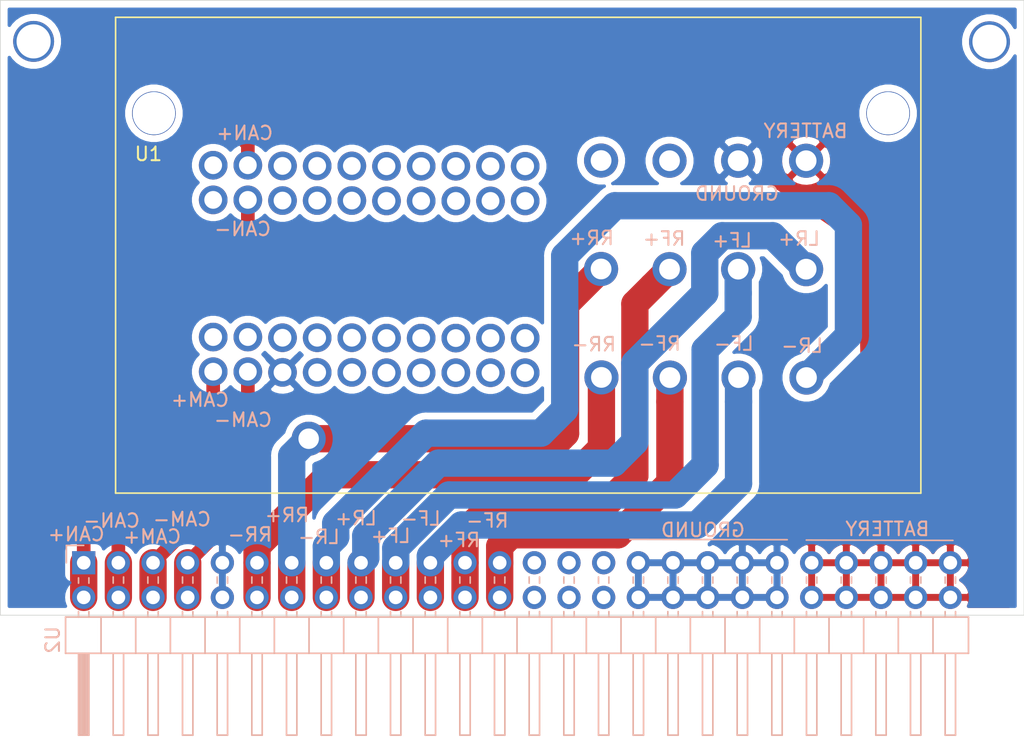
<source format=kicad_pcb>
(kicad_pcb (version 20171130) (host pcbnew 5.1.2-f72e74a~84~ubuntu19.04.1)

  (general
    (thickness 1.6)
    (drawings 34)
    (tracks 92)
    (zones 0)
    (modules 2)
    (nets 27)
  )

  (page A4)
  (layers
    (0 F.Cu signal)
    (31 B.Cu signal)
    (32 B.Adhes user)
    (33 F.Adhes user)
    (34 B.Paste user)
    (35 F.Paste user)
    (36 B.SilkS user)
    (37 F.SilkS user)
    (38 B.Mask user)
    (39 F.Mask user)
    (40 Dwgs.User user)
    (41 Cmts.User user)
    (42 Eco1.User user)
    (43 Eco2.User user)
    (44 Edge.Cuts user)
    (45 Margin user)
    (46 B.CrtYd user)
    (47 F.CrtYd user)
    (48 B.Fab user)
    (49 F.Fab user)
  )

  (setup
    (last_trace_width 1)
    (user_trace_width 0.5)
    (user_trace_width 1)
    (user_trace_width 1.5)
    (user_trace_width 2)
    (trace_clearance 0.2)
    (zone_clearance 0.508)
    (zone_45_only no)
    (trace_min 0.2)
    (via_size 0.8)
    (via_drill 0.4)
    (via_min_size 0.4)
    (via_min_drill 0.3)
    (user_via 2.5 1.5)
    (uvia_size 0.3)
    (uvia_drill 0.1)
    (uvias_allowed no)
    (uvia_min_size 0.2)
    (uvia_min_drill 0.1)
    (edge_width 0.05)
    (segment_width 0.2)
    (pcb_text_width 0.3)
    (pcb_text_size 1.5 1.5)
    (mod_edge_width 0.12)
    (mod_text_size 1 1)
    (mod_text_width 0.15)
    (pad_size 1.524 1.524)
    (pad_drill 0.762)
    (pad_to_mask_clearance 0.051)
    (solder_mask_min_width 0.25)
    (aux_axis_origin 0 0)
    (visible_elements FFFFFF7F)
    (pcbplotparams
      (layerselection 0x010fc_ffffffff)
      (usegerberextensions false)
      (usegerberattributes false)
      (usegerberadvancedattributes false)
      (creategerberjobfile false)
      (excludeedgelayer true)
      (linewidth 0.100000)
      (plotframeref false)
      (viasonmask false)
      (mode 1)
      (useauxorigin false)
      (hpglpennumber 1)
      (hpglpenspeed 20)
      (hpglpendiameter 15.000000)
      (psnegative false)
      (psa4output false)
      (plotreference true)
      (plotvalue true)
      (plotinvisibletext false)
      (padsonsilk false)
      (subtractmaskfromsilk false)
      (outputformat 1)
      (mirror false)
      (drillshape 0)
      (scaleselection 1)
      (outputdirectory "gerbers"))
  )

  (net 0 "")
  (net 1 "Net-(U1-Pad40)")
  (net 2 /CAMERA-)
  (net 3 "Net-(U1-Pad39)")
  (net 4 GND)
  (net 5 /CAMERA+)
  (net 6 /LF-)
  (net 7 /RF-)
  (net 8 /LR-)
  (net 9 /RR-)
  (net 10 /RF+)
  (net 11 /RR+)
  (net 12 /LF+)
  (net 13 /LR+)
  (net 14 /BATTERY)
  (net 15 "Net-(U1-Pad7)")
  (net 16 "Net-(U1-Pad17)")
  (net 17 "Net-(U1-Pad6)")
  (net 18 "Net-(U1-Pad16)")
  (net 19 /CAN+)
  (net 20 /CAN-)
  (net 21 "Net-(U2-Pad6)")
  (net 22 "Net-(U2-Pad7)")
  (net 23 "Net-(U2-Pad16)")
  (net 24 "Net-(U2-Pad17)")
  (net 25 "Net-(U2-Pad39)")
  (net 26 "Net-(U2-Pad40)")

  (net_class Default "This is the default net class."
    (clearance 0.2)
    (trace_width 0.25)
    (via_dia 0.8)
    (via_drill 0.4)
    (uvia_dia 0.3)
    (uvia_drill 0.1)
    (add_net /BATTERY)
    (add_net /CAMERA+)
    (add_net /CAMERA-)
    (add_net /CAN+)
    (add_net /CAN-)
    (add_net /LF+)
    (add_net /LF-)
    (add_net /LR+)
    (add_net /LR-)
    (add_net /RF+)
    (add_net /RF-)
    (add_net /RR+)
    (add_net /RR-)
    (add_net GND)
    (add_net "Net-(U1-Pad16)")
    (add_net "Net-(U1-Pad17)")
    (add_net "Net-(U1-Pad39)")
    (add_net "Net-(U1-Pad40)")
    (add_net "Net-(U1-Pad6)")
    (add_net "Net-(U1-Pad7)")
    (add_net "Net-(U2-Pad16)")
    (add_net "Net-(U2-Pad17)")
    (add_net "Net-(U2-Pad39)")
    (add_net "Net-(U2-Pad40)")
    (add_net "Net-(U2-Pad6)")
    (add_net "Net-(U2-Pad7)")
  )

  (module open-automation:TE-AUTO-CONN-52 (layer B.Cu) (tedit 5CC45950) (tstamp 5CD2445F)
    (at 139.3825 124.4219 180)
    (descr "Through hole angled pin header, 2x26, 2.54mm pitch, 6mm pin length, double rows")
    (tags "Through hole angled pin header THT 2x26 2.54mm double row")
    (path /5CCC1469)
    (fp_text reference U2 (at 37.83 3.235 90) (layer B.SilkS)
      (effects (font (size 1 1) (thickness 0.15)) (justify mirror))
    )
    (fp_text value TE-AUTO-CONN-52 (at -30.21 3.235 90) (layer B.Fab)
      (effects (font (size 1 1) (thickness 0.15)) (justify mirror))
    )
    (fp_line (start 36.83 4.215) (end 36.83 2.31) (layer B.Fab) (width 0.1))
    (fp_line (start 36.83 2.31) (end -29.21 2.31) (layer B.Fab) (width 0.1))
    (fp_line (start -29.21 2.31) (end -29.21 4.85) (layer B.Fab) (width 0.1))
    (fp_line (start -29.21 4.85) (end 36.195 4.85) (layer B.Fab) (width 0.1))
    (fp_line (start 36.195 4.85) (end 36.83 4.215) (layer B.Fab) (width 0.1))
    (fp_line (start 35.88 9.21) (end 35.88 4.85) (layer B.Fab) (width 0.1))
    (fp_line (start 35.88 9.21) (end 35.24 9.21) (layer B.Fab) (width 0.1))
    (fp_line (start 35.24 9.21) (end 35.24 4.85) (layer B.Fab) (width 0.1))
    (fp_line (start 35.88 2.31) (end 35.88 -3.69) (layer B.Fab) (width 0.1))
    (fp_line (start 35.88 -3.69) (end 35.24 -3.69) (layer B.Fab) (width 0.1))
    (fp_line (start 35.24 2.31) (end 35.24 -3.69) (layer B.Fab) (width 0.1))
    (fp_line (start 33.34 9.21) (end 33.34 4.85) (layer B.Fab) (width 0.1))
    (fp_line (start 33.34 9.21) (end 32.7 9.21) (layer B.Fab) (width 0.1))
    (fp_line (start 32.7 9.21) (end 32.7 4.85) (layer B.Fab) (width 0.1))
    (fp_line (start 33.34 2.31) (end 33.34 -3.69) (layer B.Fab) (width 0.1))
    (fp_line (start 33.34 -3.69) (end 32.7 -3.69) (layer B.Fab) (width 0.1))
    (fp_line (start 32.7 2.31) (end 32.7 -3.69) (layer B.Fab) (width 0.1))
    (fp_line (start 30.8 9.21) (end 30.8 4.85) (layer B.Fab) (width 0.1))
    (fp_line (start 30.8 9.21) (end 30.16 9.21) (layer B.Fab) (width 0.1))
    (fp_line (start 30.16 9.21) (end 30.16 4.85) (layer B.Fab) (width 0.1))
    (fp_line (start 30.8 2.31) (end 30.8 -3.69) (layer B.Fab) (width 0.1))
    (fp_line (start 30.8 -3.69) (end 30.16 -3.69) (layer B.Fab) (width 0.1))
    (fp_line (start 30.16 2.31) (end 30.16 -3.69) (layer B.Fab) (width 0.1))
    (fp_line (start 28.26 9.21) (end 28.26 4.85) (layer B.Fab) (width 0.1))
    (fp_line (start 28.26 9.21) (end 27.62 9.21) (layer B.Fab) (width 0.1))
    (fp_line (start 27.62 9.21) (end 27.62 4.85) (layer B.Fab) (width 0.1))
    (fp_line (start 28.26 2.31) (end 28.26 -3.69) (layer B.Fab) (width 0.1))
    (fp_line (start 28.26 -3.69) (end 27.62 -3.69) (layer B.Fab) (width 0.1))
    (fp_line (start 27.62 2.31) (end 27.62 -3.69) (layer B.Fab) (width 0.1))
    (fp_line (start 25.72 9.21) (end 25.72 4.85) (layer B.Fab) (width 0.1))
    (fp_line (start 25.72 9.21) (end 25.08 9.21) (layer B.Fab) (width 0.1))
    (fp_line (start 25.08 9.21) (end 25.08 4.85) (layer B.Fab) (width 0.1))
    (fp_line (start 25.72 2.31) (end 25.72 -3.69) (layer B.Fab) (width 0.1))
    (fp_line (start 25.72 -3.69) (end 25.08 -3.69) (layer B.Fab) (width 0.1))
    (fp_line (start 25.08 2.31) (end 25.08 -3.69) (layer B.Fab) (width 0.1))
    (fp_line (start 23.18 9.21) (end 23.18 4.85) (layer B.Fab) (width 0.1))
    (fp_line (start 23.18 9.21) (end 22.54 9.21) (layer B.Fab) (width 0.1))
    (fp_line (start 22.54 9.21) (end 22.54 4.85) (layer B.Fab) (width 0.1))
    (fp_line (start 23.18 2.31) (end 23.18 -3.69) (layer B.Fab) (width 0.1))
    (fp_line (start 23.18 -3.69) (end 22.54 -3.69) (layer B.Fab) (width 0.1))
    (fp_line (start 22.54 2.31) (end 22.54 -3.69) (layer B.Fab) (width 0.1))
    (fp_line (start 20.64 9.21) (end 20.64 4.85) (layer B.Fab) (width 0.1))
    (fp_line (start 20.64 9.21) (end 20 9.21) (layer B.Fab) (width 0.1))
    (fp_line (start 20 9.21) (end 20 4.85) (layer B.Fab) (width 0.1))
    (fp_line (start 20.64 2.31) (end 20.64 -3.69) (layer B.Fab) (width 0.1))
    (fp_line (start 20.64 -3.69) (end 20 -3.69) (layer B.Fab) (width 0.1))
    (fp_line (start 20 2.31) (end 20 -3.69) (layer B.Fab) (width 0.1))
    (fp_line (start 18.1 9.21) (end 18.1 4.85) (layer B.Fab) (width 0.1))
    (fp_line (start 18.1 9.21) (end 17.46 9.21) (layer B.Fab) (width 0.1))
    (fp_line (start 17.46 9.21) (end 17.46 4.85) (layer B.Fab) (width 0.1))
    (fp_line (start 18.1 2.31) (end 18.1 -3.69) (layer B.Fab) (width 0.1))
    (fp_line (start 18.1 -3.69) (end 17.46 -3.69) (layer B.Fab) (width 0.1))
    (fp_line (start 17.46 2.31) (end 17.46 -3.69) (layer B.Fab) (width 0.1))
    (fp_line (start 15.56 9.21) (end 15.56 4.85) (layer B.Fab) (width 0.1))
    (fp_line (start 15.56 9.21) (end 14.92 9.21) (layer B.Fab) (width 0.1))
    (fp_line (start 14.92 9.21) (end 14.92 4.85) (layer B.Fab) (width 0.1))
    (fp_line (start 15.56 2.31) (end 15.56 -3.69) (layer B.Fab) (width 0.1))
    (fp_line (start 15.56 -3.69) (end 14.92 -3.69) (layer B.Fab) (width 0.1))
    (fp_line (start 14.92 2.31) (end 14.92 -3.69) (layer B.Fab) (width 0.1))
    (fp_line (start 13.02 9.21) (end 13.02 4.85) (layer B.Fab) (width 0.1))
    (fp_line (start 13.02 9.21) (end 12.38 9.21) (layer B.Fab) (width 0.1))
    (fp_line (start 12.38 9.21) (end 12.38 4.85) (layer B.Fab) (width 0.1))
    (fp_line (start 13.02 2.31) (end 13.02 -3.69) (layer B.Fab) (width 0.1))
    (fp_line (start 13.02 -3.69) (end 12.38 -3.69) (layer B.Fab) (width 0.1))
    (fp_line (start 12.38 2.31) (end 12.38 -3.69) (layer B.Fab) (width 0.1))
    (fp_line (start 10.48 9.21) (end 10.48 4.85) (layer B.Fab) (width 0.1))
    (fp_line (start 10.48 9.21) (end 9.84 9.21) (layer B.Fab) (width 0.1))
    (fp_line (start 9.84 9.21) (end 9.84 4.85) (layer B.Fab) (width 0.1))
    (fp_line (start 10.48 2.31) (end 10.48 -3.69) (layer B.Fab) (width 0.1))
    (fp_line (start 10.48 -3.69) (end 9.84 -3.69) (layer B.Fab) (width 0.1))
    (fp_line (start 9.84 2.31) (end 9.84 -3.69) (layer B.Fab) (width 0.1))
    (fp_line (start 7.94 9.21) (end 7.94 4.85) (layer B.Fab) (width 0.1))
    (fp_line (start 7.94 9.21) (end 7.3 9.21) (layer B.Fab) (width 0.1))
    (fp_line (start 7.3 9.21) (end 7.3 4.85) (layer B.Fab) (width 0.1))
    (fp_line (start 7.94 2.31) (end 7.94 -3.69) (layer B.Fab) (width 0.1))
    (fp_line (start 7.94 -3.69) (end 7.3 -3.69) (layer B.Fab) (width 0.1))
    (fp_line (start 7.3 2.31) (end 7.3 -3.69) (layer B.Fab) (width 0.1))
    (fp_line (start 5.4 9.21) (end 5.4 4.85) (layer B.Fab) (width 0.1))
    (fp_line (start 5.4 9.21) (end 4.76 9.21) (layer B.Fab) (width 0.1))
    (fp_line (start 4.76 9.21) (end 4.76 4.85) (layer B.Fab) (width 0.1))
    (fp_line (start 5.4 2.31) (end 5.4 -3.69) (layer B.Fab) (width 0.1))
    (fp_line (start 5.4 -3.69) (end 4.76 -3.69) (layer B.Fab) (width 0.1))
    (fp_line (start 4.76 2.31) (end 4.76 -3.69) (layer B.Fab) (width 0.1))
    (fp_line (start 2.86 9.21) (end 2.86 4.85) (layer B.Fab) (width 0.1))
    (fp_line (start 2.86 9.21) (end 2.22 9.21) (layer B.Fab) (width 0.1))
    (fp_line (start 2.22 9.21) (end 2.22 4.85) (layer B.Fab) (width 0.1))
    (fp_line (start 2.86 2.31) (end 2.86 -3.69) (layer B.Fab) (width 0.1))
    (fp_line (start 2.86 -3.69) (end 2.22 -3.69) (layer B.Fab) (width 0.1))
    (fp_line (start 2.22 2.31) (end 2.22 -3.69) (layer B.Fab) (width 0.1))
    (fp_line (start 0.32 9.21) (end 0.32 4.85) (layer B.Fab) (width 0.1))
    (fp_line (start 0.32 9.21) (end -0.32 9.21) (layer B.Fab) (width 0.1))
    (fp_line (start -0.32 9.21) (end -0.32 4.85) (layer B.Fab) (width 0.1))
    (fp_line (start 0.32 2.31) (end 0.32 -3.69) (layer B.Fab) (width 0.1))
    (fp_line (start 0.32 -3.69) (end -0.32 -3.69) (layer B.Fab) (width 0.1))
    (fp_line (start -0.32 2.31) (end -0.32 -3.69) (layer B.Fab) (width 0.1))
    (fp_line (start -2.22 9.21) (end -2.22 4.85) (layer B.Fab) (width 0.1))
    (fp_line (start -2.22 9.21) (end -2.86 9.21) (layer B.Fab) (width 0.1))
    (fp_line (start -2.86 9.21) (end -2.86 4.85) (layer B.Fab) (width 0.1))
    (fp_line (start -2.22 2.31) (end -2.22 -3.69) (layer B.Fab) (width 0.1))
    (fp_line (start -2.22 -3.69) (end -2.86 -3.69) (layer B.Fab) (width 0.1))
    (fp_line (start -2.86 2.31) (end -2.86 -3.69) (layer B.Fab) (width 0.1))
    (fp_line (start -4.76 9.21) (end -4.76 4.85) (layer B.Fab) (width 0.1))
    (fp_line (start -4.76 9.21) (end -5.4 9.21) (layer B.Fab) (width 0.1))
    (fp_line (start -5.4 9.21) (end -5.4 4.85) (layer B.Fab) (width 0.1))
    (fp_line (start -4.76 2.31) (end -4.76 -3.69) (layer B.Fab) (width 0.1))
    (fp_line (start -4.76 -3.69) (end -5.4 -3.69) (layer B.Fab) (width 0.1))
    (fp_line (start -5.4 2.31) (end -5.4 -3.69) (layer B.Fab) (width 0.1))
    (fp_line (start -7.3 9.21) (end -7.3 4.85) (layer B.Fab) (width 0.1))
    (fp_line (start -7.3 9.21) (end -7.94 9.21) (layer B.Fab) (width 0.1))
    (fp_line (start -7.94 9.21) (end -7.94 4.85) (layer B.Fab) (width 0.1))
    (fp_line (start -7.3 2.31) (end -7.3 -3.69) (layer B.Fab) (width 0.1))
    (fp_line (start -7.3 -3.69) (end -7.94 -3.69) (layer B.Fab) (width 0.1))
    (fp_line (start -7.94 2.31) (end -7.94 -3.69) (layer B.Fab) (width 0.1))
    (fp_line (start -9.84 9.21) (end -9.84 4.85) (layer B.Fab) (width 0.1))
    (fp_line (start -9.84 9.21) (end -10.48 9.21) (layer B.Fab) (width 0.1))
    (fp_line (start -10.48 9.21) (end -10.48 4.85) (layer B.Fab) (width 0.1))
    (fp_line (start -9.84 2.31) (end -9.84 -3.69) (layer B.Fab) (width 0.1))
    (fp_line (start -9.84 -3.69) (end -10.48 -3.69) (layer B.Fab) (width 0.1))
    (fp_line (start -10.48 2.31) (end -10.48 -3.69) (layer B.Fab) (width 0.1))
    (fp_line (start -12.38 9.21) (end -12.38 4.85) (layer B.Fab) (width 0.1))
    (fp_line (start -12.38 9.21) (end -13.02 9.21) (layer B.Fab) (width 0.1))
    (fp_line (start -13.02 9.21) (end -13.02 4.85) (layer B.Fab) (width 0.1))
    (fp_line (start -12.38 2.31) (end -12.38 -3.69) (layer B.Fab) (width 0.1))
    (fp_line (start -12.38 -3.69) (end -13.02 -3.69) (layer B.Fab) (width 0.1))
    (fp_line (start -13.02 2.31) (end -13.02 -3.69) (layer B.Fab) (width 0.1))
    (fp_line (start -14.92 9.21) (end -14.92 4.85) (layer B.Fab) (width 0.1))
    (fp_line (start -14.92 9.21) (end -15.56 9.21) (layer B.Fab) (width 0.1))
    (fp_line (start -15.56 9.21) (end -15.56 4.85) (layer B.Fab) (width 0.1))
    (fp_line (start -14.92 2.31) (end -14.92 -3.69) (layer B.Fab) (width 0.1))
    (fp_line (start -14.92 -3.69) (end -15.56 -3.69) (layer B.Fab) (width 0.1))
    (fp_line (start -15.56 2.31) (end -15.56 -3.69) (layer B.Fab) (width 0.1))
    (fp_line (start -17.46 9.21) (end -17.46 4.85) (layer B.Fab) (width 0.1))
    (fp_line (start -17.46 9.21) (end -18.1 9.21) (layer B.Fab) (width 0.1))
    (fp_line (start -18.1 9.21) (end -18.1 4.85) (layer B.Fab) (width 0.1))
    (fp_line (start -17.46 2.31) (end -17.46 -3.69) (layer B.Fab) (width 0.1))
    (fp_line (start -17.46 -3.69) (end -18.1 -3.69) (layer B.Fab) (width 0.1))
    (fp_line (start -18.1 2.31) (end -18.1 -3.69) (layer B.Fab) (width 0.1))
    (fp_line (start -20 9.21) (end -20 4.85) (layer B.Fab) (width 0.1))
    (fp_line (start -20 9.21) (end -20.64 9.21) (layer B.Fab) (width 0.1))
    (fp_line (start -20.64 9.21) (end -20.64 4.85) (layer B.Fab) (width 0.1))
    (fp_line (start -20 2.31) (end -20 -3.69) (layer B.Fab) (width 0.1))
    (fp_line (start -20 -3.69) (end -20.64 -3.69) (layer B.Fab) (width 0.1))
    (fp_line (start -20.64 2.31) (end -20.64 -3.69) (layer B.Fab) (width 0.1))
    (fp_line (start -22.54 9.21) (end -22.54 4.85) (layer B.Fab) (width 0.1))
    (fp_line (start -22.54 9.21) (end -23.18 9.21) (layer B.Fab) (width 0.1))
    (fp_line (start -23.18 9.21) (end -23.18 4.85) (layer B.Fab) (width 0.1))
    (fp_line (start -22.54 2.31) (end -22.54 -3.69) (layer B.Fab) (width 0.1))
    (fp_line (start -22.54 -3.69) (end -23.18 -3.69) (layer B.Fab) (width 0.1))
    (fp_line (start -23.18 2.31) (end -23.18 -3.69) (layer B.Fab) (width 0.1))
    (fp_line (start -25.08 9.21) (end -25.08 4.85) (layer B.Fab) (width 0.1))
    (fp_line (start -25.08 9.21) (end -25.72 9.21) (layer B.Fab) (width 0.1))
    (fp_line (start -25.72 9.21) (end -25.72 4.85) (layer B.Fab) (width 0.1))
    (fp_line (start -25.08 2.31) (end -25.08 -3.69) (layer B.Fab) (width 0.1))
    (fp_line (start -25.08 -3.69) (end -25.72 -3.69) (layer B.Fab) (width 0.1))
    (fp_line (start -25.72 2.31) (end -25.72 -3.69) (layer B.Fab) (width 0.1))
    (fp_line (start -27.62 9.21) (end -27.62 4.85) (layer B.Fab) (width 0.1))
    (fp_line (start -27.62 9.21) (end -28.26 9.21) (layer B.Fab) (width 0.1))
    (fp_line (start -28.26 9.21) (end -28.26 4.85) (layer B.Fab) (width 0.1))
    (fp_line (start -27.62 2.31) (end -27.62 -3.69) (layer B.Fab) (width 0.1))
    (fp_line (start -27.62 -3.69) (end -28.26 -3.69) (layer B.Fab) (width 0.1))
    (fp_line (start -28.26 2.31) (end -28.26 -3.69) (layer B.Fab) (width 0.1))
    (fp_line (start 36.89 4.91) (end -29.27 4.91) (layer B.SilkS) (width 0.12))
    (fp_line (start -29.27 4.91) (end -29.27 2.25) (layer B.SilkS) (width 0.12))
    (fp_line (start -29.27 2.25) (end 36.89 2.25) (layer B.SilkS) (width 0.12))
    (fp_line (start 36.89 2.25) (end 36.89 4.91) (layer B.SilkS) (width 0.12))
    (fp_line (start 35.94 2.25) (end 35.94 -3.75) (layer B.SilkS) (width 0.12))
    (fp_line (start 35.94 -3.75) (end 35.18 -3.75) (layer B.SilkS) (width 0.12))
    (fp_line (start 35.18 -3.75) (end 35.18 2.25) (layer B.SilkS) (width 0.12))
    (fp_line (start 35.88 2.25) (end 35.88 -3.75) (layer B.SilkS) (width 0.12))
    (fp_line (start 35.76 2.25) (end 35.76 -3.75) (layer B.SilkS) (width 0.12))
    (fp_line (start 35.64 2.25) (end 35.64 -3.75) (layer B.SilkS) (width 0.12))
    (fp_line (start 35.52 2.25) (end 35.52 -3.75) (layer B.SilkS) (width 0.12))
    (fp_line (start 35.4 2.25) (end 35.4 -3.75) (layer B.SilkS) (width 0.12))
    (fp_line (start 35.28 2.25) (end 35.28 -3.75) (layer B.SilkS) (width 0.12))
    (fp_line (start 35.94 5.307071) (end 35.94 4.91) (layer B.SilkS) (width 0.12))
    (fp_line (start 35.18 5.307071) (end 35.18 4.91) (layer B.SilkS) (width 0.12))
    (fp_line (start 35.94 7.78) (end 35.94 7.392929) (layer B.SilkS) (width 0.12))
    (fp_line (start 35.18 7.78) (end 35.18 7.392929) (layer B.SilkS) (width 0.12))
    (fp_line (start 34.29 4.91) (end 34.29 2.25) (layer B.SilkS) (width 0.12))
    (fp_line (start 33.4 2.25) (end 33.4 -3.75) (layer B.SilkS) (width 0.12))
    (fp_line (start 33.4 -3.75) (end 32.64 -3.75) (layer B.SilkS) (width 0.12))
    (fp_line (start 32.64 -3.75) (end 32.64 2.25) (layer B.SilkS) (width 0.12))
    (fp_line (start 33.4 5.307071) (end 33.4 4.91) (layer B.SilkS) (width 0.12))
    (fp_line (start 32.64 5.307071) (end 32.64 4.91) (layer B.SilkS) (width 0.12))
    (fp_line (start 33.4 7.847071) (end 33.4 7.392929) (layer B.SilkS) (width 0.12))
    (fp_line (start 32.64 7.847071) (end 32.64 7.392929) (layer B.SilkS) (width 0.12))
    (fp_line (start 31.75 4.91) (end 31.75 2.25) (layer B.SilkS) (width 0.12))
    (fp_line (start 30.86 2.25) (end 30.86 -3.75) (layer B.SilkS) (width 0.12))
    (fp_line (start 30.86 -3.75) (end 30.1 -3.75) (layer B.SilkS) (width 0.12))
    (fp_line (start 30.1 -3.75) (end 30.1 2.25) (layer B.SilkS) (width 0.12))
    (fp_line (start 30.86 5.307071) (end 30.86 4.91) (layer B.SilkS) (width 0.12))
    (fp_line (start 30.1 5.307071) (end 30.1 4.91) (layer B.SilkS) (width 0.12))
    (fp_line (start 30.86 7.847071) (end 30.86 7.392929) (layer B.SilkS) (width 0.12))
    (fp_line (start 30.1 7.847071) (end 30.1 7.392929) (layer B.SilkS) (width 0.12))
    (fp_line (start 29.21 4.91) (end 29.21 2.25) (layer B.SilkS) (width 0.12))
    (fp_line (start 28.32 2.25) (end 28.32 -3.75) (layer B.SilkS) (width 0.12))
    (fp_line (start 28.32 -3.75) (end 27.56 -3.75) (layer B.SilkS) (width 0.12))
    (fp_line (start 27.56 -3.75) (end 27.56 2.25) (layer B.SilkS) (width 0.12))
    (fp_line (start 28.32 5.307071) (end 28.32 4.91) (layer B.SilkS) (width 0.12))
    (fp_line (start 27.56 5.307071) (end 27.56 4.91) (layer B.SilkS) (width 0.12))
    (fp_line (start 28.32 7.847071) (end 28.32 7.392929) (layer B.SilkS) (width 0.12))
    (fp_line (start 27.56 7.847071) (end 27.56 7.392929) (layer B.SilkS) (width 0.12))
    (fp_line (start 26.67 4.91) (end 26.67 2.25) (layer B.SilkS) (width 0.12))
    (fp_line (start 25.78 2.25) (end 25.78 -3.75) (layer B.SilkS) (width 0.12))
    (fp_line (start 25.78 -3.75) (end 25.02 -3.75) (layer B.SilkS) (width 0.12))
    (fp_line (start 25.02 -3.75) (end 25.02 2.25) (layer B.SilkS) (width 0.12))
    (fp_line (start 25.78 5.307071) (end 25.78 4.91) (layer B.SilkS) (width 0.12))
    (fp_line (start 25.02 5.307071) (end 25.02 4.91) (layer B.SilkS) (width 0.12))
    (fp_line (start 25.78 7.847071) (end 25.78 7.392929) (layer B.SilkS) (width 0.12))
    (fp_line (start 25.02 7.847071) (end 25.02 7.392929) (layer B.SilkS) (width 0.12))
    (fp_line (start 24.13 4.91) (end 24.13 2.25) (layer B.SilkS) (width 0.12))
    (fp_line (start 23.24 2.25) (end 23.24 -3.75) (layer B.SilkS) (width 0.12))
    (fp_line (start 23.24 -3.75) (end 22.48 -3.75) (layer B.SilkS) (width 0.12))
    (fp_line (start 22.48 -3.75) (end 22.48 2.25) (layer B.SilkS) (width 0.12))
    (fp_line (start 23.24 5.307071) (end 23.24 4.91) (layer B.SilkS) (width 0.12))
    (fp_line (start 22.48 5.307071) (end 22.48 4.91) (layer B.SilkS) (width 0.12))
    (fp_line (start 23.24 7.847071) (end 23.24 7.392929) (layer B.SilkS) (width 0.12))
    (fp_line (start 22.48 7.847071) (end 22.48 7.392929) (layer B.SilkS) (width 0.12))
    (fp_line (start 21.59 4.91) (end 21.59 2.25) (layer B.SilkS) (width 0.12))
    (fp_line (start 20.7 2.25) (end 20.7 -3.75) (layer B.SilkS) (width 0.12))
    (fp_line (start 20.7 -3.75) (end 19.94 -3.75) (layer B.SilkS) (width 0.12))
    (fp_line (start 19.94 -3.75) (end 19.94 2.25) (layer B.SilkS) (width 0.12))
    (fp_line (start 20.7 5.307071) (end 20.7 4.91) (layer B.SilkS) (width 0.12))
    (fp_line (start 19.94 5.307071) (end 19.94 4.91) (layer B.SilkS) (width 0.12))
    (fp_line (start 20.7 7.847071) (end 20.7 7.392929) (layer B.SilkS) (width 0.12))
    (fp_line (start 19.94 7.847071) (end 19.94 7.392929) (layer B.SilkS) (width 0.12))
    (fp_line (start 19.05 4.91) (end 19.05 2.25) (layer B.SilkS) (width 0.12))
    (fp_line (start 18.16 2.25) (end 18.16 -3.75) (layer B.SilkS) (width 0.12))
    (fp_line (start 18.16 -3.75) (end 17.4 -3.75) (layer B.SilkS) (width 0.12))
    (fp_line (start 17.4 -3.75) (end 17.4 2.25) (layer B.SilkS) (width 0.12))
    (fp_line (start 18.16 5.307071) (end 18.16 4.91) (layer B.SilkS) (width 0.12))
    (fp_line (start 17.4 5.307071) (end 17.4 4.91) (layer B.SilkS) (width 0.12))
    (fp_line (start 18.16 7.847071) (end 18.16 7.392929) (layer B.SilkS) (width 0.12))
    (fp_line (start 17.4 7.847071) (end 17.4 7.392929) (layer B.SilkS) (width 0.12))
    (fp_line (start 16.51 4.91) (end 16.51 2.25) (layer B.SilkS) (width 0.12))
    (fp_line (start 15.62 2.25) (end 15.62 -3.75) (layer B.SilkS) (width 0.12))
    (fp_line (start 15.62 -3.75) (end 14.86 -3.75) (layer B.SilkS) (width 0.12))
    (fp_line (start 14.86 -3.75) (end 14.86 2.25) (layer B.SilkS) (width 0.12))
    (fp_line (start 15.62 5.307071) (end 15.62 4.91) (layer B.SilkS) (width 0.12))
    (fp_line (start 14.86 5.307071) (end 14.86 4.91) (layer B.SilkS) (width 0.12))
    (fp_line (start 15.62 7.847071) (end 15.62 7.392929) (layer B.SilkS) (width 0.12))
    (fp_line (start 14.86 7.847071) (end 14.86 7.392929) (layer B.SilkS) (width 0.12))
    (fp_line (start 13.97 4.91) (end 13.97 2.25) (layer B.SilkS) (width 0.12))
    (fp_line (start 13.08 2.25) (end 13.08 -3.75) (layer B.SilkS) (width 0.12))
    (fp_line (start 13.08 -3.75) (end 12.32 -3.75) (layer B.SilkS) (width 0.12))
    (fp_line (start 12.32 -3.75) (end 12.32 2.25) (layer B.SilkS) (width 0.12))
    (fp_line (start 13.08 5.307071) (end 13.08 4.91) (layer B.SilkS) (width 0.12))
    (fp_line (start 12.32 5.307071) (end 12.32 4.91) (layer B.SilkS) (width 0.12))
    (fp_line (start 13.08 7.847071) (end 13.08 7.392929) (layer B.SilkS) (width 0.12))
    (fp_line (start 12.32 7.847071) (end 12.32 7.392929) (layer B.SilkS) (width 0.12))
    (fp_line (start 11.43 4.91) (end 11.43 2.25) (layer B.SilkS) (width 0.12))
    (fp_line (start 10.54 2.25) (end 10.54 -3.75) (layer B.SilkS) (width 0.12))
    (fp_line (start 10.54 -3.75) (end 9.78 -3.75) (layer B.SilkS) (width 0.12))
    (fp_line (start 9.78 -3.75) (end 9.78 2.25) (layer B.SilkS) (width 0.12))
    (fp_line (start 10.54 5.307071) (end 10.54 4.91) (layer B.SilkS) (width 0.12))
    (fp_line (start 9.78 5.307071) (end 9.78 4.91) (layer B.SilkS) (width 0.12))
    (fp_line (start 10.54 7.847071) (end 10.54 7.392929) (layer B.SilkS) (width 0.12))
    (fp_line (start 9.78 7.847071) (end 9.78 7.392929) (layer B.SilkS) (width 0.12))
    (fp_line (start 8.89 4.91) (end 8.89 2.25) (layer B.SilkS) (width 0.12))
    (fp_line (start 8 2.25) (end 8 -3.75) (layer B.SilkS) (width 0.12))
    (fp_line (start 8 -3.75) (end 7.24 -3.75) (layer B.SilkS) (width 0.12))
    (fp_line (start 7.24 -3.75) (end 7.24 2.25) (layer B.SilkS) (width 0.12))
    (fp_line (start 8 5.307071) (end 8 4.91) (layer B.SilkS) (width 0.12))
    (fp_line (start 7.24 5.307071) (end 7.24 4.91) (layer B.SilkS) (width 0.12))
    (fp_line (start 8 7.847071) (end 8 7.392929) (layer B.SilkS) (width 0.12))
    (fp_line (start 7.24 7.847071) (end 7.24 7.392929) (layer B.SilkS) (width 0.12))
    (fp_line (start 6.35 4.91) (end 6.35 2.25) (layer B.SilkS) (width 0.12))
    (fp_line (start 5.46 2.25) (end 5.46 -3.75) (layer B.SilkS) (width 0.12))
    (fp_line (start 5.46 -3.75) (end 4.7 -3.75) (layer B.SilkS) (width 0.12))
    (fp_line (start 4.7 -3.75) (end 4.7 2.25) (layer B.SilkS) (width 0.12))
    (fp_line (start 5.46 5.307071) (end 5.46 4.91) (layer B.SilkS) (width 0.12))
    (fp_line (start 4.7 5.307071) (end 4.7 4.91) (layer B.SilkS) (width 0.12))
    (fp_line (start 5.46 7.847071) (end 5.46 7.392929) (layer B.SilkS) (width 0.12))
    (fp_line (start 4.7 7.847071) (end 4.7 7.392929) (layer B.SilkS) (width 0.12))
    (fp_line (start 3.81 4.91) (end 3.81 2.25) (layer B.SilkS) (width 0.12))
    (fp_line (start 2.92 2.25) (end 2.92 -3.75) (layer B.SilkS) (width 0.12))
    (fp_line (start 2.92 -3.75) (end 2.16 -3.75) (layer B.SilkS) (width 0.12))
    (fp_line (start 2.16 -3.75) (end 2.16 2.25) (layer B.SilkS) (width 0.12))
    (fp_line (start 2.92 5.307071) (end 2.92 4.91) (layer B.SilkS) (width 0.12))
    (fp_line (start 2.16 5.307071) (end 2.16 4.91) (layer B.SilkS) (width 0.12))
    (fp_line (start 2.92 7.847071) (end 2.92 7.392929) (layer B.SilkS) (width 0.12))
    (fp_line (start 2.16 7.847071) (end 2.16 7.392929) (layer B.SilkS) (width 0.12))
    (fp_line (start 1.27 4.91) (end 1.27 2.25) (layer B.SilkS) (width 0.12))
    (fp_line (start 0.38 2.25) (end 0.38 -3.75) (layer B.SilkS) (width 0.12))
    (fp_line (start 0.38 -3.75) (end -0.38 -3.75) (layer B.SilkS) (width 0.12))
    (fp_line (start -0.38 -3.75) (end -0.38 2.25) (layer B.SilkS) (width 0.12))
    (fp_line (start 0.38 5.307071) (end 0.38 4.91) (layer B.SilkS) (width 0.12))
    (fp_line (start -0.38 5.307071) (end -0.38 4.91) (layer B.SilkS) (width 0.12))
    (fp_line (start 0.38 7.847071) (end 0.38 7.392929) (layer B.SilkS) (width 0.12))
    (fp_line (start -0.38 7.847071) (end -0.38 7.392929) (layer B.SilkS) (width 0.12))
    (fp_line (start -1.27 4.91) (end -1.27 2.25) (layer B.SilkS) (width 0.12))
    (fp_line (start -2.16 2.25) (end -2.16 -3.75) (layer B.SilkS) (width 0.12))
    (fp_line (start -2.16 -3.75) (end -2.92 -3.75) (layer B.SilkS) (width 0.12))
    (fp_line (start -2.92 -3.75) (end -2.92 2.25) (layer B.SilkS) (width 0.12))
    (fp_line (start -2.16 5.307071) (end -2.16 4.91) (layer B.SilkS) (width 0.12))
    (fp_line (start -2.92 5.307071) (end -2.92 4.91) (layer B.SilkS) (width 0.12))
    (fp_line (start -2.16 7.847071) (end -2.16 7.392929) (layer B.SilkS) (width 0.12))
    (fp_line (start -2.92 7.847071) (end -2.92 7.392929) (layer B.SilkS) (width 0.12))
    (fp_line (start -3.81 4.91) (end -3.81 2.25) (layer B.SilkS) (width 0.12))
    (fp_line (start -4.7 2.25) (end -4.7 -3.75) (layer B.SilkS) (width 0.12))
    (fp_line (start -4.7 -3.75) (end -5.46 -3.75) (layer B.SilkS) (width 0.12))
    (fp_line (start -5.46 -3.75) (end -5.46 2.25) (layer B.SilkS) (width 0.12))
    (fp_line (start -4.7 5.307071) (end -4.7 4.91) (layer B.SilkS) (width 0.12))
    (fp_line (start -5.46 5.307071) (end -5.46 4.91) (layer B.SilkS) (width 0.12))
    (fp_line (start -4.7 7.847071) (end -4.7 7.392929) (layer B.SilkS) (width 0.12))
    (fp_line (start -5.46 7.847071) (end -5.46 7.392929) (layer B.SilkS) (width 0.12))
    (fp_line (start -6.35 4.91) (end -6.35 2.25) (layer B.SilkS) (width 0.12))
    (fp_line (start -7.24 2.25) (end -7.24 -3.75) (layer B.SilkS) (width 0.12))
    (fp_line (start -7.24 -3.75) (end -8 -3.75) (layer B.SilkS) (width 0.12))
    (fp_line (start -8 -3.75) (end -8 2.25) (layer B.SilkS) (width 0.12))
    (fp_line (start -7.24 5.307071) (end -7.24 4.91) (layer B.SilkS) (width 0.12))
    (fp_line (start -8 5.307071) (end -8 4.91) (layer B.SilkS) (width 0.12))
    (fp_line (start -7.24 7.847071) (end -7.24 7.392929) (layer B.SilkS) (width 0.12))
    (fp_line (start -8 7.847071) (end -8 7.392929) (layer B.SilkS) (width 0.12))
    (fp_line (start -8.89 4.91) (end -8.89 2.25) (layer B.SilkS) (width 0.12))
    (fp_line (start -9.78 2.25) (end -9.78 -3.75) (layer B.SilkS) (width 0.12))
    (fp_line (start -9.78 -3.75) (end -10.54 -3.75) (layer B.SilkS) (width 0.12))
    (fp_line (start -10.54 -3.75) (end -10.54 2.25) (layer B.SilkS) (width 0.12))
    (fp_line (start -9.78 5.307071) (end -9.78 4.91) (layer B.SilkS) (width 0.12))
    (fp_line (start -10.54 5.307071) (end -10.54 4.91) (layer B.SilkS) (width 0.12))
    (fp_line (start -9.78 7.847071) (end -9.78 7.392929) (layer B.SilkS) (width 0.12))
    (fp_line (start -10.54 7.847071) (end -10.54 7.392929) (layer B.SilkS) (width 0.12))
    (fp_line (start -11.43 4.91) (end -11.43 2.25) (layer B.SilkS) (width 0.12))
    (fp_line (start -12.32 2.25) (end -12.32 -3.75) (layer B.SilkS) (width 0.12))
    (fp_line (start -12.32 -3.75) (end -13.08 -3.75) (layer B.SilkS) (width 0.12))
    (fp_line (start -13.08 -3.75) (end -13.08 2.25) (layer B.SilkS) (width 0.12))
    (fp_line (start -12.32 5.307071) (end -12.32 4.91) (layer B.SilkS) (width 0.12))
    (fp_line (start -13.08 5.307071) (end -13.08 4.91) (layer B.SilkS) (width 0.12))
    (fp_line (start -12.32 7.847071) (end -12.32 7.392929) (layer B.SilkS) (width 0.12))
    (fp_line (start -13.08 7.847071) (end -13.08 7.392929) (layer B.SilkS) (width 0.12))
    (fp_line (start -13.97 4.91) (end -13.97 2.25) (layer B.SilkS) (width 0.12))
    (fp_line (start -14.86 2.25) (end -14.86 -3.75) (layer B.SilkS) (width 0.12))
    (fp_line (start -14.86 -3.75) (end -15.62 -3.75) (layer B.SilkS) (width 0.12))
    (fp_line (start -15.62 -3.75) (end -15.62 2.25) (layer B.SilkS) (width 0.12))
    (fp_line (start -14.86 5.307071) (end -14.86 4.91) (layer B.SilkS) (width 0.12))
    (fp_line (start -15.62 5.307071) (end -15.62 4.91) (layer B.SilkS) (width 0.12))
    (fp_line (start -14.86 7.847071) (end -14.86 7.392929) (layer B.SilkS) (width 0.12))
    (fp_line (start -15.62 7.847071) (end -15.62 7.392929) (layer B.SilkS) (width 0.12))
    (fp_line (start -16.51 4.91) (end -16.51 2.25) (layer B.SilkS) (width 0.12))
    (fp_line (start -17.4 2.25) (end -17.4 -3.75) (layer B.SilkS) (width 0.12))
    (fp_line (start -17.4 -3.75) (end -18.16 -3.75) (layer B.SilkS) (width 0.12))
    (fp_line (start -18.16 -3.75) (end -18.16 2.25) (layer B.SilkS) (width 0.12))
    (fp_line (start -17.4 5.307071) (end -17.4 4.91) (layer B.SilkS) (width 0.12))
    (fp_line (start -18.16 5.307071) (end -18.16 4.91) (layer B.SilkS) (width 0.12))
    (fp_line (start -17.4 7.847071) (end -17.4 7.392929) (layer B.SilkS) (width 0.12))
    (fp_line (start -18.16 7.847071) (end -18.16 7.392929) (layer B.SilkS) (width 0.12))
    (fp_line (start -19.05 4.91) (end -19.05 2.25) (layer B.SilkS) (width 0.12))
    (fp_line (start -19.94 2.25) (end -19.94 -3.75) (layer B.SilkS) (width 0.12))
    (fp_line (start -19.94 -3.75) (end -20.7 -3.75) (layer B.SilkS) (width 0.12))
    (fp_line (start -20.7 -3.75) (end -20.7 2.25) (layer B.SilkS) (width 0.12))
    (fp_line (start -19.94 5.307071) (end -19.94 4.91) (layer B.SilkS) (width 0.12))
    (fp_line (start -20.7 5.307071) (end -20.7 4.91) (layer B.SilkS) (width 0.12))
    (fp_line (start -19.94 7.847071) (end -19.94 7.392929) (layer B.SilkS) (width 0.12))
    (fp_line (start -20.7 7.847071) (end -20.7 7.392929) (layer B.SilkS) (width 0.12))
    (fp_line (start -21.59 4.91) (end -21.59 2.25) (layer B.SilkS) (width 0.12))
    (fp_line (start -22.48 2.25) (end -22.48 -3.75) (layer B.SilkS) (width 0.12))
    (fp_line (start -22.48 -3.75) (end -23.24 -3.75) (layer B.SilkS) (width 0.12))
    (fp_line (start -23.24 -3.75) (end -23.24 2.25) (layer B.SilkS) (width 0.12))
    (fp_line (start -22.48 5.307071) (end -22.48 4.91) (layer B.SilkS) (width 0.12))
    (fp_line (start -23.24 5.307071) (end -23.24 4.91) (layer B.SilkS) (width 0.12))
    (fp_line (start -22.48 7.847071) (end -22.48 7.392929) (layer B.SilkS) (width 0.12))
    (fp_line (start -23.24 7.847071) (end -23.24 7.392929) (layer B.SilkS) (width 0.12))
    (fp_line (start -24.13 4.91) (end -24.13 2.25) (layer B.SilkS) (width 0.12))
    (fp_line (start -25.02 2.25) (end -25.02 -3.75) (layer B.SilkS) (width 0.12))
    (fp_line (start -25.02 -3.75) (end -25.78 -3.75) (layer B.SilkS) (width 0.12))
    (fp_line (start -25.78 -3.75) (end -25.78 2.25) (layer B.SilkS) (width 0.12))
    (fp_line (start -25.02 5.307071) (end -25.02 4.91) (layer B.SilkS) (width 0.12))
    (fp_line (start -25.78 5.307071) (end -25.78 4.91) (layer B.SilkS) (width 0.12))
    (fp_line (start -25.02 7.847071) (end -25.02 7.392929) (layer B.SilkS) (width 0.12))
    (fp_line (start -25.78 7.847071) (end -25.78 7.392929) (layer B.SilkS) (width 0.12))
    (fp_line (start -26.67 4.91) (end -26.67 2.25) (layer B.SilkS) (width 0.12))
    (fp_line (start -27.56 2.25) (end -27.56 -3.75) (layer B.SilkS) (width 0.12))
    (fp_line (start -27.56 -3.75) (end -28.32 -3.75) (layer B.SilkS) (width 0.12))
    (fp_line (start -28.32 -3.75) (end -28.32 2.25) (layer B.SilkS) (width 0.12))
    (fp_line (start -27.56 5.307071) (end -27.56 4.91) (layer B.SilkS) (width 0.12))
    (fp_line (start -28.32 5.307071) (end -28.32 4.91) (layer B.SilkS) (width 0.12))
    (fp_line (start -27.56 7.847071) (end -27.56 7.392929) (layer B.SilkS) (width 0.12))
    (fp_line (start -28.32 7.847071) (end -28.32 7.392929) (layer B.SilkS) (width 0.12))
    (fp_line (start 35.56 10.16) (end 36.83 10.16) (layer B.SilkS) (width 0.12))
    (fp_line (start 36.83 10.16) (end 36.83 8.89) (layer B.SilkS) (width 0.12))
    (fp_line (start 37.36 10.69) (end -29.74 10.69) (layer B.CrtYd) (width 0.05))
    (fp_line (start -29.74 10.69) (end -29.74 -4.21) (layer B.CrtYd) (width 0.05))
    (fp_line (start -29.74 -4.21) (end 37.36 -4.21) (layer B.CrtYd) (width 0.05))
    (fp_line (start 37.36 -4.21) (end 37.36 10.69) (layer B.CrtYd) (width 0.05))
    (fp_text user %R (at 3.81 3.58) (layer B.Fab)
      (effects (font (size 1 1) (thickness 0.15)) (justify mirror))
    )
    (pad 2 thru_hole rect (at 35.56 8.89 270) (size 1.7 1.7) (drill 1) (layers *.Cu *.Mask)
      (net 19 /CAN+))
    (pad 2 thru_hole oval (at 35.56 6.35 270) (size 1.7 1.7) (drill 1) (layers *.Cu *.Mask)
      (net 19 /CAN+))
    (pad 12 thru_hole oval (at 33.02 8.89 270) (size 1.7 1.7) (drill 1) (layers *.Cu *.Mask)
      (net 20 /CAN-))
    (pad 12 thru_hole oval (at 33.02 6.35 270) (size 1.7 1.7) (drill 1) (layers *.Cu *.Mask)
      (net 20 /CAN-))
    (pad 31 thru_hole oval (at 30.48 8.89 270) (size 1.7 1.7) (drill 1) (layers *.Cu *.Mask)
      (net 5 /CAMERA+))
    (pad 31 thru_hole oval (at 30.48 6.35 270) (size 1.7 1.7) (drill 1) (layers *.Cu *.Mask)
      (net 5 /CAMERA+))
    (pad 32 thru_hole oval (at 27.94 8.89 270) (size 1.7 1.7) (drill 1) (layers *.Cu *.Mask)
      (net 2 /CAMERA-))
    (pad 32 thru_hole oval (at 27.94 6.35 270) (size 1.7 1.7) (drill 1) (layers *.Cu *.Mask)
      (net 2 /CAMERA-))
    (pad 33 thru_hole oval (at 25.4 8.89 270) (size 1.7 1.7) (drill 1) (layers *.Cu *.Mask)
      (net 4 GND))
    (pad 33 thru_hole oval (at 25.4 6.35 270) (size 1.7 1.7) (drill 1) (layers *.Cu *.Mask)
      (net 4 GND))
    (pad 49 thru_hole oval (at 22.86 8.89 270) (size 1.7 1.7) (drill 1) (layers *.Cu *.Mask)
      (net 9 /RR-))
    (pad 49 thru_hole oval (at 22.86 6.35 270) (size 1.7 1.7) (drill 1) (layers *.Cu *.Mask)
      (net 9 /RR-))
    (pad 45 thru_hole oval (at 20.32 8.89 270) (size 1.7 1.7) (drill 1) (layers *.Cu *.Mask)
      (net 11 /RR+))
    (pad 45 thru_hole oval (at 20.32 6.35 270) (size 1.7 1.7) (drill 1) (layers *.Cu *.Mask)
      (net 11 /RR+))
    (pad 52 thru_hole oval (at 17.78 8.89 270) (size 1.7 1.7) (drill 1) (layers *.Cu *.Mask)
      (net 8 /LR-))
    (pad 52 thru_hole oval (at 17.78 6.35 270) (size 1.7 1.7) (drill 1) (layers *.Cu *.Mask)
      (net 8 /LR-))
    (pad 48 thru_hole oval (at 15.24 8.89 270) (size 1.7 1.7) (drill 1) (layers *.Cu *.Mask)
      (net 13 /LR+))
    (pad 48 thru_hole oval (at 15.24 6.35 270) (size 1.7 1.7) (drill 1) (layers *.Cu *.Mask)
      (net 13 /LR+))
    (pad 47 thru_hole oval (at 12.7 8.89 270) (size 1.7 1.7) (drill 1) (layers *.Cu *.Mask)
      (net 12 /LF+))
    (pad 47 thru_hole oval (at 12.7 6.35 270) (size 1.7 1.7) (drill 1) (layers *.Cu *.Mask)
      (net 12 /LF+))
    (pad 51 thru_hole oval (at 10.16 8.89 270) (size 1.7 1.7) (drill 1) (layers *.Cu *.Mask)
      (net 6 /LF-))
    (pad 51 thru_hole oval (at 10.16 6.35 270) (size 1.7 1.7) (drill 1) (layers *.Cu *.Mask)
      (net 6 /LF-))
    (pad 46 thru_hole oval (at 7.62 8.89 270) (size 1.7 1.7) (drill 1) (layers *.Cu *.Mask)
      (net 10 /RF+))
    (pad 46 thru_hole oval (at 7.62 6.35 270) (size 1.7 1.7) (drill 1) (layers *.Cu *.Mask)
      (net 10 /RF+))
    (pad 50 thru_hole oval (at 5.08 8.89 270) (size 1.7 1.7) (drill 1) (layers *.Cu *.Mask)
      (net 7 /RF-))
    (pad 50 thru_hole oval (at 5.08 6.35 270) (size 1.7 1.7) (drill 1) (layers *.Cu *.Mask)
      (net 7 /RF-))
    (pad 6 thru_hole oval (at 2.54 8.89 270) (size 1.7 1.7) (drill 1) (layers *.Cu *.Mask)
      (net 21 "Net-(U2-Pad6)"))
    (pad 7 thru_hole oval (at 2.54 6.35 270) (size 1.7 1.7) (drill 1) (layers *.Cu *.Mask)
      (net 22 "Net-(U2-Pad7)"))
    (pad 16 thru_hole oval (at 0 8.89 270) (size 1.7 1.7) (drill 1) (layers *.Cu *.Mask)
      (net 23 "Net-(U2-Pad16)"))
    (pad 17 thru_hole oval (at 0 6.35 270) (size 1.7 1.7) (drill 1) (layers *.Cu *.Mask)
      (net 24 "Net-(U2-Pad17)"))
    (pad 39 thru_hole oval (at -2.54 8.89 270) (size 1.7 1.7) (drill 1) (layers *.Cu *.Mask)
      (net 25 "Net-(U2-Pad39)"))
    (pad 40 thru_hole oval (at -2.54 6.35 270) (size 1.7 1.7) (drill 1) (layers *.Cu *.Mask)
      (net 26 "Net-(U2-Pad40)"))
    (pad 43 thru_hole oval (at -5.08 8.89 270) (size 1.7 1.7) (drill 1) (layers *.Cu *.Mask)
      (net 4 GND))
    (pad 43 thru_hole oval (at -5.08 6.35 270) (size 1.7 1.7) (drill 1) (layers *.Cu *.Mask)
      (net 4 GND))
    (pad 43 thru_hole oval (at -7.62 8.89 270) (size 1.7 1.7) (drill 1) (layers *.Cu *.Mask)
      (net 4 GND))
    (pad 43 thru_hole oval (at -7.62 6.35 270) (size 1.7 1.7) (drill 1) (layers *.Cu *.Mask)
      (net 4 GND))
    (pad 43 thru_hole oval (at -10.16 8.89 270) (size 1.7 1.7) (drill 1) (layers *.Cu *.Mask)
      (net 4 GND))
    (pad 43 thru_hole oval (at -10.16 6.35 270) (size 1.7 1.7) (drill 1) (layers *.Cu *.Mask)
      (net 4 GND))
    (pad 43 thru_hole oval (at -12.7 8.89 270) (size 1.7 1.7) (drill 1) (layers *.Cu *.Mask)
      (net 4 GND))
    (pad 43 thru_hole oval (at -12.7 6.35 270) (size 1.7 1.7) (drill 1) (layers *.Cu *.Mask)
      (net 4 GND))
    (pad 43 thru_hole oval (at -15.24 8.89 270) (size 1.7 1.7) (drill 1) (layers *.Cu *.Mask)
      (net 4 GND))
    (pad 43 thru_hole oval (at -15.24 6.35 270) (size 1.7 1.7) (drill 1) (layers *.Cu *.Mask)
      (net 4 GND))
    (pad 44 thru_hole oval (at -17.78 8.89 270) (size 1.7 1.7) (drill 1) (layers *.Cu *.Mask)
      (net 14 /BATTERY))
    (pad 44 thru_hole oval (at -17.78 6.35 270) (size 1.7 1.7) (drill 1) (layers *.Cu *.Mask)
      (net 14 /BATTERY))
    (pad 44 thru_hole oval (at -20.32 8.89 270) (size 1.7 1.7) (drill 1) (layers *.Cu *.Mask)
      (net 14 /BATTERY))
    (pad 44 thru_hole oval (at -20.32 6.35 270) (size 1.7 1.7) (drill 1) (layers *.Cu *.Mask)
      (net 14 /BATTERY))
    (pad 44 thru_hole oval (at -22.86 8.89 270) (size 1.7 1.7) (drill 1) (layers *.Cu *.Mask)
      (net 14 /BATTERY))
    (pad 44 thru_hole oval (at -22.86 6.35 270) (size 1.7 1.7) (drill 1) (layers *.Cu *.Mask)
      (net 14 /BATTERY))
    (pad 44 thru_hole oval (at -25.4 8.89 270) (size 1.7 1.7) (drill 1) (layers *.Cu *.Mask)
      (net 14 /BATTERY))
    (pad 44 thru_hole oval (at -25.4 6.35 270) (size 1.7 1.7) (drill 1) (layers *.Cu *.Mask)
      (net 14 /BATTERY))
    (pad 44 thru_hole oval (at -27.94 8.89 270) (size 1.7 1.7) (drill 1) (layers *.Cu *.Mask)
      (net 14 /BATTERY))
    (pad 44 thru_hole oval (at -27.94 6.35 270) (size 1.7 1.7) (drill 1) (layers *.Cu *.Mask)
      (net 14 /BATTERY))
    (model ${KISYS3DMOD}/Connector_PinHeader_2.54mm.3dshapes/PinHeader_2x26_P2.54mm_Horizontal.wrl
      (offset (xyz 35.5 9 0))
      (scale (xyz 1 1 1))
      (rotate (xyz 0 0 90))
    )
  )

  (module open-automation:Adapter-TE-52 (layer F.Cu) (tedit 5CD1E4BB) (tstamp 5CD269A2)
    (at 108.966 82.5754 180)
    (path /5CD21B6F)
    (fp_text reference U1 (at 0.4064 -2.9845) (layer F.SilkS)
      (effects (font (size 1 1) (thickness 0.15)))
    )
    (fp_text value Adapter-TE-52 (at -28.0543 -24.3205) (layer F.Fab)
      (effects (font (size 1 1) (thickness 0.15)))
    )
    (fp_line (start 2.8067 -27.8511) (end 2.8067 7.0358) (layer F.SilkS) (width 0.12))
    (fp_line (start -56.1975 -27.8511) (end 2.8067 -27.8511) (layer F.SilkS) (width 0.12))
    (fp_line (start -56.1975 7.0358) (end -56.1975 -27.8511) (layer F.SilkS) (width 0.12))
    (fp_line (start 2.8067 7.0358) (end -56.1975 7.0358) (layer F.SilkS) (width 0.12))
    (pad 25 thru_hole circle (at -14.5034 -16.4592 180) (size 2.1 2.1) (drill 1.3) (layers *.Cu *.Mask))
    (pad 26 thru_hole circle (at -17.0434 -16.4846 180) (size 2.1 2.1) (drill 1.3) (layers *.Cu *.Mask))
    (pad 21 thru_hole circle (at -4.3434 -16.4084 180) (size 2.1 2.1) (drill 1.3) (layers *.Cu *.Mask))
    (pad 28 thru_hole circle (at -22.1234 -16.4846 180) (size 2.1 2.1) (drill 1.3) (layers *.Cu *.Mask))
    (pad 29 thru_hole circle (at -24.6634 -16.4846 180) (size 2.1 2.1) (drill 1.3) (layers *.Cu *.Mask))
    (pad 40 thru_hole circle (at -27.2034 -19.0246 180) (size 2.1 2.1) (drill 1.3) (layers *.Cu *.Mask)
      (net 1 "Net-(U1-Pad40)"))
    (pad 32 thru_hole circle (at -6.8834 -18.9484 180) (size 2.1 2.1) (drill 1.3) (layers *.Cu *.Mask)
      (net 2 /CAMERA-))
    (pad 39 thru_hole circle (at -24.6634 -19.0246 180) (size 2.1 2.1) (drill 1.3) (layers *.Cu *.Mask)
      (net 3 "Net-(U1-Pad39)"))
    (pad 22 thru_hole circle (at -6.8834 -16.4084 180) (size 2.1 2.1) (drill 1.3) (layers *.Cu *.Mask))
    (pad 27 thru_hole circle (at -19.5834 -16.4846 180) (size 2.1 2.1) (drill 1.3) (layers *.Cu *.Mask))
    (pad 33 thru_hole circle (at -9.4234 -18.9992 180) (size 2.1 2.1) (drill 1.3) (layers *.Cu *.Mask)
      (net 4 GND))
    (pad 23 thru_hole circle (at -9.4234 -16.4592 180) (size 2.1 2.1) (drill 1.3) (layers *.Cu *.Mask))
    (pad 31 thru_hole circle (at -4.3434 -18.9484 180) (size 2.1 2.1) (drill 1.3) (layers *.Cu *.Mask)
      (net 5 /CAMERA+))
    (pad 35 thru_hole circle (at -14.5034 -18.9992 180) (size 2.1 2.1) (drill 1.3) (layers *.Cu *.Mask))
    (pad 24 thru_hole circle (at -11.9634 -16.4592 180) (size 2.1 2.1) (drill 1.3) (layers *.Cu *.Mask))
    (pad 38 thru_hole circle (at -22.1234 -19.0246 180) (size 2.1 2.1) (drill 1.3) (layers *.Cu *.Mask))
    (pad 37 thru_hole circle (at -19.5834 -19.0246 180) (size 2.1 2.1) (drill 1.3) (layers *.Cu *.Mask))
    (pad 36 thru_hole circle (at -17.0434 -19.0246 180) (size 2.1 2.1) (drill 1.3) (layers *.Cu *.Mask))
    (pad 34 thru_hole circle (at -11.9634 -18.9992 180) (size 2.1 2.1) (drill 1.3) (layers *.Cu *.Mask))
    (pad 30 thru_hole circle (at -27.2034 -16.4846 180) (size 2.1 2.1) (drill 1.3) (layers *.Cu *.Mask))
    (pad 51 thru_hole circle (at -42.8371 -19.3802 180) (size 2.5 2.5) (drill 1.52) (layers *.Cu *.Mask)
      (net 6 /LF-))
    (pad 50 thru_hole circle (at -37.8079 -19.3802 180) (size 2.5 2.5) (drill 1.52) (layers *.Cu *.Mask)
      (net 7 /RF-))
    (pad 52 thru_hole circle (at -47.8155 -19.3802 180) (size 2.5 2.5) (drill 1.52) (layers *.Cu *.Mask)
      (net 8 /LR-))
    (pad 49 thru_hole circle (at -32.7914 -19.3675 180) (size 2.5 2.5) (drill 1.52) (layers *.Cu *.Mask)
      (net 9 /RR-))
    (pad 46 thru_hole circle (at -37.7825 -11.43 180) (size 2.5 2.5) (drill 1.52) (layers *.Cu *.Mask)
      (net 10 /RF+))
    (pad 45 thru_hole circle (at -32.766 -11.4173 180) (size 2.5 2.5) (drill 1.52) (layers *.Cu *.Mask)
      (net 11 /RR+))
    (pad 47 thru_hole circle (at -42.8117 -11.43 180) (size 2.5 2.5) (drill 1.52) (layers *.Cu *.Mask)
      (net 12 /LF+))
    (pad 48 thru_hole circle (at -47.7901 -11.43 180) (size 2.5 2.5) (drill 1.52) (layers *.Cu *.Mask)
      (net 13 /LR+))
    (pad 44 thru_hole circle (at -47.7901 -3.4798 180) (size 2.5 2.5) (drill 1.52) (layers *.Cu *.Mask)
      (net 14 /BATTERY))
    (pad 43 thru_hole circle (at -42.8117 -3.4798 180) (size 2.5 2.5) (drill 1.52) (layers *.Cu *.Mask)
      (net 4 GND))
    (pad 42 thru_hole circle (at -37.7825 -3.4798 180) (size 2.5 2.5) (drill 1.52) (layers *.Cu *.Mask))
    (pad 41 thru_hole circle (at -32.766 -3.4671 180) (size 2.5 2.5) (drill 1.52) (layers *.Cu *.Mask))
    (pad 20 thru_hole circle (at -27.2034 -6.4262 180) (size 2.1 2.1) (drill 1.3) (layers *.Cu *.Mask))
    (pad 10 thru_hole circle (at -27.2034 -3.8862 180) (size 2.1 2.1) (drill 1.3) (layers *.Cu *.Mask))
    (pad 9 thru_hole circle (at -24.6634 -3.8862 180) (size 2.1 2.1) (drill 1.3) (layers *.Cu *.Mask))
    (pad 19 thru_hole circle (at -24.6634 -6.4262 180) (size 2.1 2.1) (drill 1.3) (layers *.Cu *.Mask))
    (pad 18 thru_hole circle (at -22.1234 -6.4262 180) (size 2.1 2.1) (drill 1.3) (layers *.Cu *.Mask))
    (pad 8 thru_hole circle (at -22.1234 -3.8862 180) (size 2.1 2.1) (drill 1.3) (layers *.Cu *.Mask))
    (pad 7 thru_hole circle (at -19.5834 -3.8862 180) (size 2.1 2.1) (drill 1.3) (layers *.Cu *.Mask)
      (net 15 "Net-(U1-Pad7)"))
    (pad 17 thru_hole circle (at -19.5834 -6.4262 180) (size 2.1 2.1) (drill 1.3) (layers *.Cu *.Mask)
      (net 16 "Net-(U1-Pad17)"))
    (pad 6 thru_hole circle (at -17.0434 -3.8862 180) (size 2.1 2.1) (drill 1.3) (layers *.Cu *.Mask)
      (net 17 "Net-(U1-Pad6)"))
    (pad 16 thru_hole circle (at -17.0434 -6.4262 180) (size 2.1 2.1) (drill 1.3) (layers *.Cu *.Mask)
      (net 18 "Net-(U1-Pad16)"))
    (pad 15 thru_hole circle (at -14.5034 -6.4008 180) (size 2.1 2.1) (drill 1.3) (layers *.Cu *.Mask))
    (pad 5 thru_hole circle (at -14.5034 -3.8608 180) (size 2.1 2.1) (drill 1.3) (layers *.Cu *.Mask))
    (pad 3 thru_hole circle (at -9.4234 -3.8608 180) (size 2.1 2.1) (drill 1.3) (layers *.Cu *.Mask))
    (pad 14 thru_hole circle (at -11.9634 -6.4008 180) (size 2.1 2.1) (drill 1.3) (layers *.Cu *.Mask))
    (pad 13 thru_hole circle (at -9.4234 -6.4008 180) (size 2.1 2.1) (drill 1.3) (layers *.Cu *.Mask))
    (pad 4 thru_hole circle (at -11.9634 -3.8608 180) (size 2.1 2.1) (drill 1.3) (layers *.Cu *.Mask))
    (pad 2 thru_hole circle (at -6.8834 -3.81 180) (size 2.1 2.1) (drill 1.3) (layers *.Cu *.Mask)
      (net 19 /CAN+))
    (pad 12 thru_hole circle (at -6.8834 -6.35 180) (size 2.1 2.1) (drill 1.3) (layers *.Cu *.Mask)
      (net 20 /CAN-))
    (pad 11 thru_hole circle (at -4.3434 -6.35 180) (size 2.1 2.1) (drill 1.3) (layers *.Cu *.Mask))
    (pad 1 thru_hole circle (at -4.3434 -3.81 180) (size 2.1 2.1) (drill 1.3) (layers *.Cu *.Mask))
    (pad ~ thru_hole circle (at -53.7972 0 180) (size 3.2 3.2) (drill 3.1) (layers *.Cu *.Mask))
    (pad ~ thru_hole circle (at 0 0 180) (size 3.2 3.2) (drill 3.1) (layers *.Cu *.Mask))
  )

  (gr_line (start 156.7688 113.8682) (end 167.513 113.8936) (layer B.SilkS) (width 0.12))
  (gr_line (start 143.8402 113.8174) (end 155.3718 113.8428) (layer B.SilkS) (width 0.12))
  (gr_text GROUND (at 149.1996 113.1316) (layer B.SilkS) (tstamp 5CD276CD)
    (effects (font (size 1 1) (thickness 0.15)) (justify mirror))
  )
  (gr_text BATTERY (at 162.7124 113.0554) (layer B.SilkS) (tstamp 5CD276CA)
    (effects (font (size 1 1) (thickness 0.15)) (justify mirror))
  )
  (gr_text RF- (at 133.4008 112.4458) (layer B.SilkS) (tstamp 5CD276C7)
    (effects (font (size 1 1) (thickness 0.15)) (justify mirror))
  )
  (gr_text RF+ (at 131.318 113.8682) (layer B.SilkS) (tstamp 5CD276C4)
    (effects (font (size 1 1) (thickness 0.15)) (justify mirror))
  )
  (gr_text LF- (at 128.524 112.2934) (layer B.SilkS) (tstamp 5CD276C1)
    (effects (font (size 1 1) (thickness 0.15)) (justify mirror))
  )
  (gr_text LF+ (at 126.3142 113.5634) (layer B.SilkS) (tstamp 5CD276BE)
    (effects (font (size 1 1) (thickness 0.15)) (justify mirror))
  )
  (gr_text LR+ (at 123.7742 112.268) (layer B.SilkS) (tstamp 5CD276BB)
    (effects (font (size 1 1) (thickness 0.15)) (justify mirror))
  )
  (gr_text LR- (at 121.0564 113.6396) (layer B.SilkS) (tstamp 5CD276B8)
    (effects (font (size 1 1) (thickness 0.15)) (justify mirror))
  )
  (gr_text RR+ (at 118.7196 112.0394) (layer B.SilkS) (tstamp 5CD276B2)
    (effects (font (size 1 1) (thickness 0.15)) (justify mirror))
  )
  (gr_text RR- (at 116.0018 113.4618) (layer B.SilkS) (tstamp 5CD276AF)
    (effects (font (size 1 1) (thickness 0.15)) (justify mirror))
  )
  (gr_text CAN+ (at 103.2764 113.4364) (layer B.SilkS) (tstamp 5CD276AB)
    (effects (font (size 1 1) (thickness 0.15)) (justify mirror))
  )
  (gr_text CAN- (at 105.8672 112.4458) (layer B.SilkS) (tstamp 5CD276A8)
    (effects (font (size 1 1) (thickness 0.15)) (justify mirror))
  )
  (gr_text CAM- (at 111.0234 112.3442) (layer B.SilkS) (tstamp 5CD276A5)
    (effects (font (size 1 1) (thickness 0.15)) (justify mirror))
  )
  (gr_text CAM+ (at 108.839 113.6142) (layer B.SilkS) (tstamp 5CD276A2)
    (effects (font (size 1 1) (thickness 0.15)) (justify mirror))
  )
  (gr_text GROUND (at 151.6888 88.4682) (layer B.SilkS) (tstamp 5CD2769E)
    (effects (font (size 1 1) (thickness 0.15)) (justify mirror))
  )
  (gr_text BATTERY (at 156.718 83.8708) (layer B.SilkS) (tstamp 5CD2769A)
    (effects (font (size 1 1) (thickness 0.15)) (justify mirror))
  )
  (gr_text LR- (at 156.464 99.6188) (layer B.SilkS) (tstamp 5CD27697)
    (effects (font (size 1 1) (thickness 0.15)) (justify mirror))
  )
  (gr_text LF- (at 151.4602 99.4664) (layer B.SilkS) (tstamp 5CD27694)
    (effects (font (size 1 1) (thickness 0.15)) (justify mirror))
  )
  (gr_text LR+ (at 156.2354 91.7702) (layer B.SilkS) (tstamp 5CD27691)
    (effects (font (size 1 1) (thickness 0.15)) (justify mirror))
  )
  (gr_text LF+ (at 151.3332 91.8972) (layer B.SilkS) (tstamp 5CD2768E)
    (effects (font (size 1 1) (thickness 0.15)) (justify mirror))
  )
  (gr_text RF+ (at 146.3548 91.7702) (layer B.SilkS) (tstamp 5CD2768B)
    (effects (font (size 1 1) (thickness 0.15)) (justify mirror))
  )
  (gr_text RR+ (at 141.0462 91.7194) (layer B.SilkS) (tstamp 5CD27688)
    (effects (font (size 1 1) (thickness 0.15)) (justify mirror))
  )
  (gr_text RF- (at 146.0246 99.4664) (layer B.SilkS) (tstamp 5CD27685)
    (effects (font (size 1 1) (thickness 0.15)) (justify mirror))
  )
  (gr_text RR- (at 141.1986 99.5172) (layer B.SilkS) (tstamp 5CD27682)
    (effects (font (size 1 1) (thickness 0.15)) (justify mirror))
  )
  (gr_text CAM- (at 115.4938 105.0544) (layer B.SilkS) (tstamp 5CD2767F)
    (effects (font (size 1 1) (thickness 0.15)) (justify mirror))
  )
  (gr_text CAM+ (at 112.3442 103.5812) (layer B.SilkS) (tstamp 5CD2767C)
    (effects (font (size 1 1) (thickness 0.15)) (justify mirror))
  )
  (gr_text CAN- (at 115.4684 91.059) (layer B.SilkS) (tstamp 5CD27678)
    (effects (font (size 1 1) (thickness 0.15)) (justify mirror))
  )
  (gr_text CAN+ (at 115.6208 84.0232) (layer B.SilkS)
    (effects (font (size 1 1) (thickness 0.15)) (justify mirror))
  )
  (gr_line (start 172.72 74.295) (end 172.72 119.38) (layer Edge.Cuts) (width 0.05) (tstamp 5CD25B9A))
  (gr_line (start 97.7138 74.295) (end 172.72 74.295) (layer Edge.Cuts) (width 0.05))
  (gr_line (start 97.7138 119.38) (end 97.7138 74.295) (layer Edge.Cuts) (width 0.05))
  (gr_line (start 172.72 119.38) (end 97.7138 119.38) (layer Edge.Cuts) (width 0.05))

  (via (at 170.1927 77.3303) (size 3) (drill 2.5) (layers F.Cu B.Cu) (net 0) (tstamp 5CD25BB7))
  (via (at 100.1522 77.3049) (size 3) (drill 2.5) (layers F.Cu B.Cu) (net 0) (tstamp 5CD25BB2))
  (segment (start 111.4425 118.0719) (end 111.4425 115.5319) (width 2) (layer F.Cu) (net 2))
  (segment (start 115.8494 111.125) (end 111.4425 115.5319) (width 1) (layer F.Cu) (net 2))
  (segment (start 115.8494 101.5238) (end 115.8494 111.125) (width 1) (layer F.Cu) (net 2))
  (segment (start 108.9025 115.5319) (end 108.9025 118.0719) (width 2) (layer F.Cu) (net 5))
  (segment (start 113.3094 111.125) (end 108.9025 115.5319) (width 1) (layer F.Cu) (net 5))
  (segment (start 113.3094 101.5238) (end 113.3094 111.125) (width 1) (layer F.Cu) (net 5))
  (segment (start 129.2225 115.5319) (end 129.222501 115.037895) (width 2) (layer B.Cu) (net 6))
  (segment (start 131.497095 112.763301) (end 148.7678 112.7633) (width 2) (layer B.Cu) (net 6))
  (segment (start 151.8031 109.728) (end 151.8031 103.723366) (width 2) (layer B.Cu) (net 6))
  (segment (start 129.222501 115.037895) (end 131.497095 112.763301) (width 2) (layer B.Cu) (net 6))
  (segment (start 151.8031 103.723366) (end 151.8031 101.9556) (width 2) (layer B.Cu) (net 6))
  (segment (start 148.7678 112.7633) (end 151.8031 109.728) (width 2) (layer B.Cu) (net 6))
  (segment (start 129.2225 118.0719) (end 129.2225 115.5319) (width 2) (layer F.Cu) (net 6))
  (segment (start 134.3025 114.329819) (end 135.15042 113.481899) (width 2) (layer F.Cu) (net 7))
  (segment (start 135.15042 113.481899) (end 142.969201 113.481899) (width 2) (layer F.Cu) (net 7))
  (segment (start 142.969201 113.481899) (end 146.7739 109.6772) (width 2) (layer F.Cu) (net 7))
  (segment (start 146.7739 103.723366) (end 146.7739 101.9556) (width 2) (layer F.Cu) (net 7))
  (segment (start 146.7739 109.6772) (end 146.7739 103.723366) (width 2) (layer F.Cu) (net 7))
  (segment (start 134.3025 115.5319) (end 134.3025 114.329819) (width 2) (layer F.Cu) (net 7))
  (segment (start 134.3025 115.5319) (end 134.3025 118.0719) (width 2) (layer F.Cu) (net 7))
  (segment (start 122.288301 112.638244) (end 128.897155 106.02939) (width 2) (layer B.Cu) (net 8))
  (segment (start 122.288301 113.644018) (end 122.288301 112.638244) (width 2) (layer B.Cu) (net 8))
  (segment (start 121.6025 114.329819) (end 122.288301 113.644018) (width 2) (layer B.Cu) (net 8))
  (segment (start 121.6025 115.5319) (end 121.6025 114.329819) (width 2) (layer B.Cu) (net 8))
  (segment (start 128.897155 106.02939) (end 137.32801 106.02939) (width 2) (layer B.Cu) (net 8))
  (segment (start 137.32801 106.02939) (end 139.065 104.2924) (width 2) (layer B.Cu) (net 8))
  (segment (start 139.065 104.2924) (end 139.065 93.033698) (width 2) (layer B.Cu) (net 8))
  (segment (start 142.74331 89.355388) (end 158.430688 89.355388) (width 2) (layer B.Cu) (net 8))
  (segment (start 139.065 93.033698) (end 142.74331 89.355388) (width 2) (layer B.Cu) (net 8))
  (segment (start 158.430688 89.355388) (end 159.8549 90.7796) (width 2) (layer B.Cu) (net 8))
  (segment (start 159.8549 98.8822) (end 156.7815 101.9556) (width 2) (layer B.Cu) (net 8))
  (segment (start 159.8549 90.7796) (end 159.8549 98.8822) (width 2) (layer B.Cu) (net 8))
  (segment (start 121.6025 118.0719) (end 121.6025 115.5319) (width 2) (layer F.Cu) (net 8))
  (segment (start 141.7574 101.9429) (end 141.7574 107.1245) (width 2) (layer F.Cu) (net 9))
  (segment (start 116.5225 114.329819) (end 116.5225 115.5319) (width 2) (layer F.Cu) (net 9))
  (segment (start 121.770442 109.081877) (end 116.5225 114.329819) (width 2) (layer F.Cu) (net 9))
  (segment (start 141.7574 107.1245) (end 139.800023 109.081877) (width 2) (layer F.Cu) (net 9))
  (segment (start 139.800023 109.081877) (end 121.770442 109.081877) (width 2) (layer F.Cu) (net 9))
  (segment (start 116.5225 115.5319) (end 116.5225 118.0719) (width 2) (layer F.Cu) (net 9))
  (segment (start 144.207401 96.546499) (end 145.498501 95.255399) (width 2) (layer F.Cu) (net 10))
  (segment (start 133.726512 111.281888) (end 142.057712 111.281888) (width 2) (layer F.Cu) (net 10))
  (segment (start 145.498501 95.255399) (end 146.7485 94.0054) (width 2) (layer F.Cu) (net 10))
  (segment (start 142.057712 111.281888) (end 144.207401 109.132199) (width 2) (layer F.Cu) (net 10))
  (segment (start 131.7625 115.5319) (end 131.7625 113.2459) (width 2) (layer F.Cu) (net 10))
  (segment (start 144.207401 109.132199) (end 144.207401 96.546499) (width 2) (layer F.Cu) (net 10))
  (segment (start 131.7625 113.2459) (end 133.726512 111.281888) (width 2) (layer F.Cu) (net 10))
  (segment (start 131.7625 115.5319) (end 131.7625 118.0719) (width 2) (layer F.Cu) (net 10))
  (segment (start 141.732 93.9927) (end 139.1285 96.5962) (width 2) (layer F.Cu) (net 11))
  (segment (start 139.1285 96.5962) (end 139.1285 106.0577) (width 2) (layer F.Cu) (net 11))
  (via (at 120.3071 106.4387) (size 2.5) (drill 1.5) (layers F.Cu B.Cu) (net 11))
  (segment (start 119.0625 115.5319) (end 119.0625 107.6833) (width 2) (layer B.Cu) (net 11))
  (segment (start 119.0625 107.6833) (end 120.3071 106.4387) (width 2) (layer B.Cu) (net 11))
  (segment (start 138.7475 106.4387) (end 139.1285 106.0577) (width 2) (layer F.Cu) (net 11))
  (segment (start 120.3071 106.4387) (end 138.7475 106.4387) (width 2) (layer F.Cu) (net 11))
  (segment (start 119.0625 115.5319) (end 119.0625 118.0719) (width 2) (layer F.Cu) (net 11))
  (segment (start 130.585822 110.56329) (end 147.15781 110.56329) (width 2) (layer B.Cu) (net 12))
  (segment (start 147.15781 110.56329) (end 149.353099 108.368001) (width 2) (layer B.Cu) (net 12))
  (segment (start 151.7777 95.773166) (end 151.7777 94.0054) (width 2) (layer B.Cu) (net 12))
  (segment (start 126.6825 115.5319) (end 126.688322 115.526078) (width 2) (layer B.Cu) (net 12))
  (segment (start 126.688322 114.46079) (end 130.585822 110.56329) (width 2) (layer B.Cu) (net 12))
  (segment (start 151.7777 97.484984) (end 151.7777 95.773166) (width 2) (layer B.Cu) (net 12))
  (segment (start 149.353099 99.909585) (end 151.7777 97.484984) (width 2) (layer B.Cu) (net 12))
  (segment (start 126.688322 115.526078) (end 126.688322 114.46079) (width 2) (layer B.Cu) (net 12))
  (segment (start 149.353099 108.368001) (end 149.353099 99.909585) (width 2) (layer B.Cu) (net 12))
  (segment (start 126.6825 118.0719) (end 126.6825 115.5319) (width 2) (layer F.Cu) (net 12))
  (segment (start 144.207401 100.896097) (end 149.327699 95.775799) (width 2) (layer B.Cu) (net 13))
  (segment (start 149.327699 95.775799) (end 149.327699 92.835686) (width 2) (layer B.Cu) (net 13))
  (segment (start 155.506101 92.755401) (end 156.7561 94.0054) (width 2) (layer B.Cu) (net 13))
  (segment (start 150.607986 91.555399) (end 154.306099 91.555399) (width 2) (layer B.Cu) (net 13))
  (segment (start 129.808428 108.2294) (end 142.6591 108.2294) (width 2) (layer B.Cu) (net 13))
  (segment (start 124.488311 113.549517) (end 129.808428 108.2294) (width 2) (layer B.Cu) (net 13))
  (segment (start 149.327699 92.835686) (end 150.607986 91.555399) (width 2) (layer B.Cu) (net 13))
  (segment (start 154.306099 91.555399) (end 155.506101 92.755401) (width 2) (layer B.Cu) (net 13))
  (segment (start 144.207401 106.681099) (end 144.207401 100.896097) (width 2) (layer B.Cu) (net 13))
  (segment (start 142.6591 108.2294) (end 144.207401 106.681099) (width 2) (layer B.Cu) (net 13))
  (segment (start 124.488311 115.186089) (end 124.488311 113.549517) (width 2) (layer B.Cu) (net 13))
  (segment (start 124.1425 115.5319) (end 124.488311 115.186089) (width 2) (layer B.Cu) (net 13))
  (segment (start 124.1425 118.0719) (end 124.1425 115.5319) (width 2) (layer F.Cu) (net 13))
  (segment (start 103.8225 115.5319) (end 103.8225 118.0719) (width 2) (layer F.Cu) (net 19))
  (segment (start 115.8494 84.8614) (end 115.8494 86.3854) (width 1) (layer F.Cu) (net 19))
  (segment (start 103.8225 115.5319) (end 103.8225 99.2505) (width 1) (layer F.Cu) (net 19))
  (segment (start 110.6551 85.6996) (end 112.1537 84.201) (width 1) (layer F.Cu) (net 19))
  (segment (start 112.1537 84.201) (end 115.189 84.201) (width 1) (layer F.Cu) (net 19))
  (segment (start 115.189 84.201) (end 115.8494 84.8614) (width 1) (layer F.Cu) (net 19))
  (segment (start 103.8225 99.2505) (end 110.6551 92.4179) (width 1) (layer F.Cu) (net 19))
  (segment (start 110.6551 92.4179) (end 110.6551 85.6996) (width 1) (layer F.Cu) (net 19))
  (segment (start 106.3625 115.5319) (end 106.3625 118.0719) (width 2) (layer F.Cu) (net 20))
  (segment (start 115.8494 91.313) (end 115.8494 88.9254) (width 1) (layer F.Cu) (net 20))
  (segment (start 106.3625 115.5319) (end 106.3625 100.7999) (width 1) (layer F.Cu) (net 20))
  (segment (start 106.3625 100.7999) (end 115.8494 91.313) (width 1) (layer F.Cu) (net 20))

  (zone (net 4) (net_name GND) (layer B.Cu) (tstamp 5CD27185) (hatch edge 0.508)
    (connect_pads (clearance 0.508))
    (min_thickness 0.254)
    (fill yes (arc_segments 32) (thermal_gap 0.508) (thermal_bridge_width 0.508))
    (polygon
      (pts
        (xy 97.8535 119.253) (xy 172.6184 119.3038) (xy 172.6184 74.3966) (xy 97.7392 74.3966)
      )
    )
    (filled_polygon
      (pts
        (xy 172.06 76.282014) (xy 171.851063 75.969317) (xy 171.553683 75.671937) (xy 171.204002 75.438288) (xy 170.815456 75.277347)
        (xy 170.402979 75.1953) (xy 169.982421 75.1953) (xy 169.569944 75.277347) (xy 169.181398 75.438288) (xy 168.831717 75.671937)
        (xy 168.534337 75.969317) (xy 168.300688 76.318998) (xy 168.139747 76.707544) (xy 168.0577 77.120021) (xy 168.0577 77.540579)
        (xy 168.139747 77.953056) (xy 168.300688 78.341602) (xy 168.534337 78.691283) (xy 168.831717 78.988663) (xy 169.181398 79.222312)
        (xy 169.569944 79.383253) (xy 169.982421 79.4653) (xy 170.402979 79.4653) (xy 170.815456 79.383253) (xy 171.204002 79.222312)
        (xy 171.553683 78.988663) (xy 171.851063 78.691283) (xy 172.06 78.378586) (xy 172.060001 118.72) (xy 168.659906 118.72)
        (xy 168.701099 118.642934) (xy 168.786013 118.363011) (xy 168.814685 118.0719) (xy 168.786013 117.780789) (xy 168.701099 117.500866)
        (xy 168.563206 117.242886) (xy 168.377634 117.016766) (xy 168.151514 116.831194) (xy 168.096709 116.8019) (xy 168.151514 116.772606)
        (xy 168.377634 116.587034) (xy 168.563206 116.360914) (xy 168.701099 116.102934) (xy 168.786013 115.823011) (xy 168.814685 115.5319)
        (xy 168.786013 115.240789) (xy 168.701099 114.960866) (xy 168.563206 114.702886) (xy 168.377634 114.476766) (xy 168.151514 114.291194)
        (xy 167.893534 114.153301) (xy 167.613611 114.068387) (xy 167.39545 114.0469) (xy 167.24955 114.0469) (xy 167.031389 114.068387)
        (xy 166.751466 114.153301) (xy 166.493486 114.291194) (xy 166.267366 114.476766) (xy 166.081794 114.702886) (xy 166.0525 114.757691)
        (xy 166.023206 114.702886) (xy 165.837634 114.476766) (xy 165.611514 114.291194) (xy 165.353534 114.153301) (xy 165.073611 114.068387)
        (xy 164.85545 114.0469) (xy 164.70955 114.0469) (xy 164.491389 114.068387) (xy 164.211466 114.153301) (xy 163.953486 114.291194)
        (xy 163.727366 114.476766) (xy 163.541794 114.702886) (xy 163.5125 114.757691) (xy 163.483206 114.702886) (xy 163.297634 114.476766)
        (xy 163.071514 114.291194) (xy 162.813534 114.153301) (xy 162.533611 114.068387) (xy 162.31545 114.0469) (xy 162.16955 114.0469)
        (xy 161.951389 114.068387) (xy 161.671466 114.153301) (xy 161.413486 114.291194) (xy 161.187366 114.476766) (xy 161.001794 114.702886)
        (xy 160.9725 114.757691) (xy 160.943206 114.702886) (xy 160.757634 114.476766) (xy 160.531514 114.291194) (xy 160.273534 114.153301)
        (xy 159.993611 114.068387) (xy 159.77545 114.0469) (xy 159.62955 114.0469) (xy 159.411389 114.068387) (xy 159.131466 114.153301)
        (xy 158.873486 114.291194) (xy 158.647366 114.476766) (xy 158.461794 114.702886) (xy 158.4325 114.757691) (xy 158.403206 114.702886)
        (xy 158.217634 114.476766) (xy 157.991514 114.291194) (xy 157.733534 114.153301) (xy 157.453611 114.068387) (xy 157.23545 114.0469)
        (xy 157.08955 114.0469) (xy 156.871389 114.068387) (xy 156.591466 114.153301) (xy 156.333486 114.291194) (xy 156.107366 114.476766)
        (xy 155.921794 114.702886) (xy 155.887299 114.767423) (xy 155.817678 114.650545) (xy 155.622769 114.434312) (xy 155.38942 114.260259)
        (xy 155.126599 114.135075) (xy 154.97939 114.090424) (xy 154.7495 114.211745) (xy 154.7495 115.4049) (xy 154.7695 115.4049)
        (xy 154.7695 115.6589) (xy 154.7495 115.6589) (xy 154.7495 117.9449) (xy 154.7695 117.9449) (xy 154.7695 118.1989)
        (xy 154.7495 118.1989) (xy 154.7495 118.2189) (xy 154.4955 118.2189) (xy 154.4955 118.1989) (xy 152.2095 118.1989)
        (xy 152.2095 118.2189) (xy 151.9555 118.2189) (xy 151.9555 118.1989) (xy 149.6695 118.1989) (xy 149.6695 118.2189)
        (xy 149.4155 118.2189) (xy 149.4155 118.1989) (xy 147.1295 118.1989) (xy 147.1295 118.2189) (xy 146.8755 118.2189)
        (xy 146.8755 118.1989) (xy 144.5895 118.1989) (xy 144.5895 118.2189) (xy 144.3355 118.2189) (xy 144.3355 118.1989)
        (xy 144.3155 118.1989) (xy 144.3155 117.9449) (xy 144.3355 117.9449) (xy 144.3355 115.6589) (xy 144.5895 115.6589)
        (xy 144.5895 117.9449) (xy 146.8755 117.9449) (xy 146.8755 115.6589) (xy 147.1295 115.6589) (xy 147.1295 117.9449)
        (xy 149.4155 117.9449) (xy 149.4155 115.6589) (xy 149.6695 115.6589) (xy 149.6695 117.9449) (xy 151.9555 117.9449)
        (xy 151.9555 115.6589) (xy 152.2095 115.6589) (xy 152.2095 117.9449) (xy 154.4955 117.9449) (xy 154.4955 115.6589)
        (xy 152.2095 115.6589) (xy 151.9555 115.6589) (xy 149.6695 115.6589) (xy 149.4155 115.6589) (xy 147.1295 115.6589)
        (xy 146.8755 115.6589) (xy 144.5895 115.6589) (xy 144.3355 115.6589) (xy 144.3155 115.6589) (xy 144.3155 115.4049)
        (xy 144.3355 115.4049) (xy 144.3355 115.3849) (xy 144.5895 115.3849) (xy 144.5895 115.4049) (xy 146.8755 115.4049)
        (xy 146.8755 115.3849) (xy 147.1295 115.3849) (xy 147.1295 115.4049) (xy 149.4155 115.4049) (xy 149.4155 115.3849)
        (xy 149.6695 115.3849) (xy 149.6695 115.4049) (xy 151.9555 115.4049) (xy 151.9555 114.211745) (xy 152.2095 114.211745)
        (xy 152.2095 115.4049) (xy 154.4955 115.4049) (xy 154.4955 114.211745) (xy 154.26561 114.090424) (xy 154.118401 114.135075)
        (xy 153.85558 114.260259) (xy 153.622231 114.434312) (xy 153.427322 114.650545) (xy 153.3525 114.776155) (xy 153.277678 114.650545)
        (xy 153.082769 114.434312) (xy 152.84942 114.260259) (xy 152.586599 114.135075) (xy 152.43939 114.090424) (xy 152.2095 114.211745)
        (xy 151.9555 114.211745) (xy 151.72561 114.090424) (xy 151.578401 114.135075) (xy 151.31558 114.260259) (xy 151.082231 114.434312)
        (xy 150.887322 114.650545) (xy 150.8125 114.776155) (xy 150.737678 114.650545) (xy 150.542769 114.434312) (xy 150.30942 114.260259)
        (xy 150.046599 114.135075) (xy 149.89939 114.090424) (xy 149.669502 114.211744) (xy 149.669502 114.135236) (xy 149.680552 114.12933)
        (xy 149.727959 114.090424) (xy 149.929514 113.925013) (xy 149.98072 113.862618) (xy 152.90242 110.940919) (xy 152.964814 110.889714)
        (xy 153.169131 110.640752) (xy 153.320952 110.356715) (xy 153.414443 110.048516) (xy 153.4381 109.808322) (xy 153.4381 109.80832)
        (xy 153.446011 109.728001) (xy 153.4381 109.647681) (xy 153.4381 102.901561) (xy 153.473566 102.848482) (xy 153.615661 102.505434)
        (xy 153.6881 102.141256) (xy 153.6881 101.769944) (xy 153.615661 101.405766) (xy 153.473566 101.062718) (xy 153.267275 100.753982)
        (xy 153.004718 100.491425) (xy 152.695982 100.285134) (xy 152.352934 100.143039) (xy 151.988756 100.0706) (xy 151.617444 100.0706)
        (xy 151.476235 100.098688) (xy 152.877025 98.697899) (xy 152.939414 98.646698) (xy 153.143731 98.397736) (xy 153.295552 98.113699)
        (xy 153.389043 97.8055) (xy 153.4127 97.565306) (xy 153.4127 97.565305) (xy 153.420611 97.484984) (xy 153.4127 97.404662)
        (xy 153.4127 94.951361) (xy 153.448166 94.898282) (xy 153.590261 94.555234) (xy 153.6627 94.191056) (xy 153.6627 93.819744)
        (xy 153.590261 93.455566) (xy 153.480425 93.190399) (xy 153.628861 93.190399) (xy 154.406777 93.968316) (xy 154.406782 93.96832)
        (xy 154.931085 94.492624) (xy 154.943539 94.555234) (xy 155.085634 94.898282) (xy 155.291925 95.207018) (xy 155.554482 95.469575)
        (xy 155.863218 95.675866) (xy 156.206266 95.817961) (xy 156.570444 95.8904) (xy 156.941756 95.8904) (xy 157.305934 95.817961)
        (xy 157.648982 95.675866) (xy 157.957718 95.469575) (xy 158.219901 95.207392) (xy 158.219901 98.20496) (xy 156.294277 100.130585)
        (xy 156.231666 100.143039) (xy 155.888618 100.285134) (xy 155.579882 100.491425) (xy 155.317325 100.753982) (xy 155.111034 101.062718)
        (xy 154.968939 101.405766) (xy 154.8965 101.769944) (xy 154.8965 102.141256) (xy 154.968939 102.505434) (xy 155.111034 102.848482)
        (xy 155.317325 103.157218) (xy 155.579882 103.419775) (xy 155.888618 103.626066) (xy 156.231666 103.768161) (xy 156.595844 103.8406)
        (xy 156.967156 103.8406) (xy 157.331334 103.768161) (xy 157.674382 103.626066) (xy 157.983118 103.419775) (xy 158.245675 103.157218)
        (xy 158.451966 102.848482) (xy 158.594061 102.505434) (xy 158.606515 102.442823) (xy 160.954219 100.09512) (xy 161.016614 100.043914)
        (xy 161.220931 99.794952) (xy 161.372752 99.510915) (xy 161.466243 99.202716) (xy 161.4899 98.962522) (xy 161.4899 98.96252)
        (xy 161.497811 98.8822) (xy 161.4899 98.801881) (xy 161.4899 90.859919) (xy 161.497811 90.7796) (xy 161.488651 90.6866)
        (xy 161.466243 90.459084) (xy 161.372752 90.150885) (xy 161.220931 89.866848) (xy 161.016614 89.617886) (xy 160.954219 89.566681)
        (xy 159.643612 88.256074) (xy 159.592402 88.193674) (xy 159.34344 87.989357) (xy 159.059403 87.837536) (xy 158.751204 87.744045)
        (xy 158.51101 87.720388) (xy 158.511007 87.720388) (xy 158.430688 87.712477) (xy 158.350369 87.720388) (xy 157.656881 87.720388)
        (xy 157.957718 87.519375) (xy 158.220275 87.256818) (xy 158.426566 86.948082) (xy 158.568661 86.605034) (xy 158.6411 86.240856)
        (xy 158.6411 85.869544) (xy 158.568661 85.505366) (xy 158.426566 85.162318) (xy 158.220275 84.853582) (xy 157.957718 84.591025)
        (xy 157.648982 84.384734) (xy 157.305934 84.242639) (xy 156.941756 84.1702) (xy 156.570444 84.1702) (xy 156.206266 84.242639)
        (xy 155.863218 84.384734) (xy 155.554482 84.591025) (xy 155.291925 84.853582) (xy 155.085634 85.162318) (xy 154.943539 85.505366)
        (xy 154.8711 85.869544) (xy 154.8711 86.240856) (xy 154.943539 86.605034) (xy 155.085634 86.948082) (xy 155.291925 87.256818)
        (xy 155.554482 87.519375) (xy 155.855319 87.720388) (xy 152.670521 87.720388) (xy 152.785786 87.658777) (xy 152.9117 87.368805)
        (xy 151.7777 86.234805) (xy 150.6437 87.368805) (xy 150.769614 87.658777) (xy 150.893022 87.720388) (xy 147.649281 87.720388)
        (xy 147.950118 87.519375) (xy 148.212675 87.256818) (xy 148.418966 86.948082) (xy 148.561061 86.605034) (xy 148.6335 86.240856)
        (xy 148.6335 86.107906) (xy 149.884311 86.107906) (xy 149.930975 86.476275) (xy 150.048606 86.828462) (xy 150.174123 87.063286)
        (xy 150.464095 87.1892) (xy 151.598095 86.0552) (xy 151.957305 86.0552) (xy 153.091305 87.1892) (xy 153.381277 87.063286)
        (xy 153.547133 86.731074) (xy 153.64499 86.372888) (xy 153.671089 86.002494) (xy 153.624425 85.634125) (xy 153.506794 85.281938)
        (xy 153.381277 85.047114) (xy 153.091305 84.9212) (xy 151.957305 86.0552) (xy 151.598095 86.0552) (xy 150.464095 84.9212)
        (xy 150.174123 85.047114) (xy 150.008267 85.379326) (xy 149.91041 85.737512) (xy 149.884311 86.107906) (xy 148.6335 86.107906)
        (xy 148.6335 85.869544) (xy 148.561061 85.505366) (xy 148.418966 85.162318) (xy 148.212675 84.853582) (xy 148.100688 84.741595)
        (xy 150.6437 84.741595) (xy 151.7777 85.875595) (xy 152.9117 84.741595) (xy 152.785786 84.451623) (xy 152.453574 84.285767)
        (xy 152.095388 84.18791) (xy 151.724994 84.161811) (xy 151.356625 84.208475) (xy 151.004438 84.326106) (xy 150.769614 84.451623)
        (xy 150.6437 84.741595) (xy 148.100688 84.741595) (xy 147.950118 84.591025) (xy 147.641382 84.384734) (xy 147.298334 84.242639)
        (xy 146.934156 84.1702) (xy 146.562844 84.1702) (xy 146.198666 84.242639) (xy 145.855618 84.384734) (xy 145.546882 84.591025)
        (xy 145.284325 84.853582) (xy 145.078034 85.162318) (xy 144.935939 85.505366) (xy 144.8635 85.869544) (xy 144.8635 86.240856)
        (xy 144.935939 86.605034) (xy 145.078034 86.948082) (xy 145.284325 87.256818) (xy 145.546882 87.519375) (xy 145.847719 87.720388)
        (xy 142.823629 87.720388) (xy 142.74331 87.712477) (xy 142.66299 87.720388) (xy 142.662988 87.720388) (xy 142.589487 87.727627)
        (xy 142.624882 87.712966) (xy 142.933618 87.506675) (xy 143.196175 87.244118) (xy 143.402466 86.935382) (xy 143.544561 86.592334)
        (xy 143.617 86.228156) (xy 143.617 85.856844) (xy 143.544561 85.492666) (xy 143.402466 85.149618) (xy 143.196175 84.840882)
        (xy 142.933618 84.578325) (xy 142.624882 84.372034) (xy 142.281834 84.229939) (xy 141.917656 84.1575) (xy 141.546344 84.1575)
        (xy 141.182166 84.229939) (xy 140.839118 84.372034) (xy 140.530382 84.578325) (xy 140.267825 84.840882) (xy 140.061534 85.149618)
        (xy 139.919439 85.492666) (xy 139.847 85.856844) (xy 139.847 86.228156) (xy 139.919439 86.592334) (xy 140.061534 86.935382)
        (xy 140.267825 87.244118) (xy 140.530382 87.506675) (xy 140.839118 87.712966) (xy 141.182166 87.855061) (xy 141.546344 87.9275)
        (xy 141.917656 87.9275) (xy 141.963252 87.91843) (xy 141.830558 87.989357) (xy 141.581596 88.193674) (xy 141.53039 88.256069)
        (xy 137.965682 91.820778) (xy 137.903287 91.871984) (xy 137.709841 92.1077) (xy 137.69897 92.120946) (xy 137.547148 92.404984)
        (xy 137.453658 92.713182) (xy 137.422089 93.033698) (xy 137.430001 93.114027) (xy 137.430001 97.937651) (xy 137.243525 97.751175)
        (xy 136.967547 97.566772) (xy 136.660896 97.439754) (xy 136.335358 97.375) (xy 136.003442 97.375) (xy 135.677904 97.439754)
        (xy 135.371253 97.566772) (xy 135.095275 97.751175) (xy 134.8994 97.94705) (xy 134.703525 97.751175) (xy 134.427547 97.566772)
        (xy 134.120896 97.439754) (xy 133.795358 97.375) (xy 133.463442 97.375) (xy 133.137904 97.439754) (xy 132.831253 97.566772)
        (xy 132.555275 97.751175) (xy 132.3594 97.94705) (xy 132.163525 97.751175) (xy 131.887547 97.566772) (xy 131.580896 97.439754)
        (xy 131.255358 97.375) (xy 130.923442 97.375) (xy 130.597904 97.439754) (xy 130.291253 97.566772) (xy 130.015275 97.751175)
        (xy 129.8194 97.94705) (xy 129.623525 97.751175) (xy 129.347547 97.566772) (xy 129.040896 97.439754) (xy 128.715358 97.375)
        (xy 128.383442 97.375) (xy 128.057904 97.439754) (xy 127.751253 97.566772) (xy 127.475275 97.751175) (xy 127.2794 97.94705)
        (xy 127.083525 97.751175) (xy 126.807547 97.566772) (xy 126.500896 97.439754) (xy 126.175358 97.375) (xy 125.843442 97.375)
        (xy 125.517904 97.439754) (xy 125.211253 97.566772) (xy 124.935275 97.751175) (xy 124.7521 97.93435) (xy 124.543525 97.725775)
        (xy 124.267547 97.541372) (xy 123.960896 97.414354) (xy 123.635358 97.3496) (xy 123.303442 97.3496) (xy 122.977904 97.414354)
        (xy 122.671253 97.541372) (xy 122.395275 97.725775) (xy 122.1994 97.92165) (xy 122.003525 97.725775) (xy 121.727547 97.541372)
        (xy 121.420896 97.414354) (xy 121.095358 97.3496) (xy 120.763442 97.3496) (xy 120.437904 97.414354) (xy 120.131253 97.541372)
        (xy 119.855275 97.725775) (xy 119.6594 97.92165) (xy 119.463525 97.725775) (xy 119.187547 97.541372) (xy 118.880896 97.414354)
        (xy 118.555358 97.3496) (xy 118.223442 97.3496) (xy 117.897904 97.414354) (xy 117.591253 97.541372) (xy 117.315275 97.725775)
        (xy 117.1448 97.89625) (xy 116.923525 97.674975) (xy 116.647547 97.490572) (xy 116.340896 97.363554) (xy 116.015358 97.2988)
        (xy 115.683442 97.2988) (xy 115.357904 97.363554) (xy 115.051253 97.490572) (xy 114.775275 97.674975) (xy 114.5794 97.87085)
        (xy 114.383525 97.674975) (xy 114.107547 97.490572) (xy 113.800896 97.363554) (xy 113.475358 97.2988) (xy 113.143442 97.2988)
        (xy 112.817904 97.363554) (xy 112.511253 97.490572) (xy 112.235275 97.674975) (xy 112.000575 97.909675) (xy 111.816172 98.185653)
        (xy 111.689154 98.492304) (xy 111.6244 98.817842) (xy 111.6244 99.149758) (xy 111.689154 99.475296) (xy 111.816172 99.781947)
        (xy 112.000575 100.057925) (xy 112.19645 100.2538) (xy 112.000575 100.449675) (xy 111.816172 100.725653) (xy 111.689154 101.032304)
        (xy 111.6244 101.357842) (xy 111.6244 101.689758) (xy 111.689154 102.015296) (xy 111.816172 102.321947) (xy 112.000575 102.597925)
        (xy 112.235275 102.832625) (xy 112.511253 103.017028) (xy 112.817904 103.144046) (xy 113.143442 103.2088) (xy 113.475358 103.2088)
        (xy 113.800896 103.144046) (xy 114.107547 103.017028) (xy 114.383525 102.832625) (xy 114.5794 102.63675) (xy 114.775275 102.832625)
        (xy 115.051253 103.017028) (xy 115.357904 103.144046) (xy 115.683442 103.2088) (xy 116.015358 103.2088) (xy 116.340896 103.144046)
        (xy 116.647547 103.017028) (xy 116.923525 102.832625) (xy 117.010484 102.745666) (xy 117.397939 102.745666) (xy 117.499739 103.015179)
        (xy 117.797877 103.161063) (xy 118.118746 103.24598) (xy 118.450017 103.266666) (xy 118.778957 103.222328) (xy 119.092927 103.114669)
        (xy 119.279061 103.015179) (xy 119.380861 102.745666) (xy 118.3894 101.754205) (xy 117.397939 102.745666) (xy 117.010484 102.745666)
        (xy 117.158225 102.597925) (xy 117.187339 102.554353) (xy 117.218334 102.566061) (xy 118.209795 101.5746) (xy 117.305939 100.670744)
        (xy 117.158225 100.449675) (xy 116.96235 100.2538) (xy 117.094 100.12215) (xy 117.315275 100.343425) (xy 117.399409 100.399642)
        (xy 117.397939 100.403534) (xy 118.3894 101.394995) (xy 119.380861 100.403534) (xy 119.379391 100.399642) (xy 119.463525 100.343425)
        (xy 119.6594 100.14755) (xy 119.81645 100.3046) (xy 119.620575 100.500475) (xy 119.564358 100.584609) (xy 119.560466 100.583139)
        (xy 118.569005 101.5746) (xy 119.560466 102.566061) (xy 119.564358 102.564591) (xy 119.620575 102.648725) (xy 119.855275 102.883425)
        (xy 120.131253 103.067828) (xy 120.437904 103.194846) (xy 120.763442 103.2596) (xy 121.095358 103.2596) (xy 121.420896 103.194846)
        (xy 121.727547 103.067828) (xy 122.003525 102.883425) (xy 122.1994 102.68755) (xy 122.395275 102.883425) (xy 122.671253 103.067828)
        (xy 122.977904 103.194846) (xy 123.303442 103.2596) (xy 123.635358 103.2596) (xy 123.960896 103.194846) (xy 124.267547 103.067828)
        (xy 124.543525 102.883425) (xy 124.7267 102.70025) (xy 124.935275 102.908825) (xy 125.211253 103.093228) (xy 125.517904 103.220246)
        (xy 125.843442 103.285) (xy 126.175358 103.285) (xy 126.500896 103.220246) (xy 126.807547 103.093228) (xy 127.083525 102.908825)
        (xy 127.2794 102.71295) (xy 127.475275 102.908825) (xy 127.751253 103.093228) (xy 128.057904 103.220246) (xy 128.383442 103.285)
        (xy 128.715358 103.285) (xy 129.040896 103.220246) (xy 129.347547 103.093228) (xy 129.623525 102.908825) (xy 129.8194 102.71295)
        (xy 130.015275 102.908825) (xy 130.291253 103.093228) (xy 130.597904 103.220246) (xy 130.923442 103.285) (xy 131.255358 103.285)
        (xy 131.580896 103.220246) (xy 131.887547 103.093228) (xy 132.163525 102.908825) (xy 132.3594 102.71295) (xy 132.555275 102.908825)
        (xy 132.831253 103.093228) (xy 133.137904 103.220246) (xy 133.463442 103.285) (xy 133.795358 103.285) (xy 134.120896 103.220246)
        (xy 134.427547 103.093228) (xy 134.703525 102.908825) (xy 134.8994 102.71295) (xy 135.095275 102.908825) (xy 135.371253 103.093228)
        (xy 135.677904 103.220246) (xy 136.003442 103.285) (xy 136.335358 103.285) (xy 136.660896 103.220246) (xy 136.967547 103.093228)
        (xy 137.243525 102.908825) (xy 137.43 102.72235) (xy 137.43 103.615161) (xy 136.650772 104.39439) (xy 128.977474 104.39439)
        (xy 128.897155 104.386479) (xy 128.816835 104.39439) (xy 128.816833 104.39439) (xy 128.576639 104.418047) (xy 128.26844 104.511538)
        (xy 127.984403 104.663359) (xy 127.735441 104.867676) (xy 127.684235 104.930071) (xy 121.188983 111.425324) (xy 121.126588 111.47653)
        (xy 120.922271 111.725492) (xy 120.770449 112.009529) (xy 120.6975 112.25001) (xy 120.6975 108.360538) (xy 120.794324 108.263715)
        (xy 120.856934 108.251261) (xy 121.199982 108.109166) (xy 121.508718 107.902875) (xy 121.771275 107.640318) (xy 121.977566 107.331582)
        (xy 122.119661 106.988534) (xy 122.1921 106.624356) (xy 122.1921 106.253044) (xy 122.119661 105.888866) (xy 121.977566 105.545818)
        (xy 121.771275 105.237082) (xy 121.508718 104.974525) (xy 121.199982 104.768234) (xy 120.856934 104.626139) (xy 120.492756 104.5537)
        (xy 120.121444 104.5537) (xy 119.757266 104.626139) (xy 119.414218 104.768234) (xy 119.105482 104.974525) (xy 118.842925 105.237082)
        (xy 118.636634 105.545818) (xy 118.494539 105.888866) (xy 118.482085 105.951476) (xy 117.963182 106.47038) (xy 117.900787 106.521586)
        (xy 117.769878 106.6811) (xy 117.69647 106.770548) (xy 117.544648 107.054586) (xy 117.451158 107.362784) (xy 117.419589 107.6833)
        (xy 117.427501 107.763629) (xy 117.4275 114.353554) (xy 117.351514 114.291194) (xy 117.093534 114.153301) (xy 116.813611 114.068387)
        (xy 116.59545 114.0469) (xy 116.44955 114.0469) (xy 116.231389 114.068387) (xy 115.951466 114.153301) (xy 115.693486 114.291194)
        (xy 115.467366 114.476766) (xy 115.281794 114.702886) (xy 115.247299 114.767423) (xy 115.177678 114.650545) (xy 114.982769 114.434312)
        (xy 114.74942 114.260259) (xy 114.486599 114.135075) (xy 114.33939 114.090424) (xy 114.1095 114.211745) (xy 114.1095 115.4049)
        (xy 114.1295 115.4049) (xy 114.1295 115.6589) (xy 114.1095 115.6589) (xy 114.1095 117.9449) (xy 114.1295 117.9449)
        (xy 114.1295 118.1989) (xy 114.1095 118.1989) (xy 114.1095 118.2189) (xy 113.8555 118.2189) (xy 113.8555 118.1989)
        (xy 113.8355 118.1989) (xy 113.8355 117.9449) (xy 113.8555 117.9449) (xy 113.8555 115.6589) (xy 113.8355 115.6589)
        (xy 113.8355 115.4049) (xy 113.8555 115.4049) (xy 113.8555 114.211745) (xy 113.62561 114.090424) (xy 113.478401 114.135075)
        (xy 113.21558 114.260259) (xy 112.982231 114.434312) (xy 112.787322 114.650545) (xy 112.717701 114.767423) (xy 112.683206 114.702886)
        (xy 112.497634 114.476766) (xy 112.271514 114.291194) (xy 112.013534 114.153301) (xy 111.733611 114.068387) (xy 111.51545 114.0469)
        (xy 111.36955 114.0469) (xy 111.151389 114.068387) (xy 110.871466 114.153301) (xy 110.613486 114.291194) (xy 110.387366 114.476766)
        (xy 110.201794 114.702886) (xy 110.1725 114.757691) (xy 110.143206 114.702886) (xy 109.957634 114.476766) (xy 109.731514 114.291194)
        (xy 109.473534 114.153301) (xy 109.193611 114.068387) (xy 108.97545 114.0469) (xy 108.82955 114.0469) (xy 108.611389 114.068387)
        (xy 108.331466 114.153301) (xy 108.073486 114.291194) (xy 107.847366 114.476766) (xy 107.661794 114.702886) (xy 107.6325 114.757691)
        (xy 107.603206 114.702886) (xy 107.417634 114.476766) (xy 107.191514 114.291194) (xy 106.933534 114.153301) (xy 106.653611 114.068387)
        (xy 106.43545 114.0469) (xy 106.28955 114.0469) (xy 106.071389 114.068387) (xy 105.791466 114.153301) (xy 105.533486 114.291194)
        (xy 105.307366 114.476766) (xy 105.282893 114.506587) (xy 105.262002 114.43772) (xy 105.203037 114.327406) (xy 105.123685 114.230715)
        (xy 105.026994 114.151363) (xy 104.91668 114.092398) (xy 104.796982 114.056088) (xy 104.6725 114.043828) (xy 102.9725 114.043828)
        (xy 102.848018 114.056088) (xy 102.72832 114.092398) (xy 102.618006 114.151363) (xy 102.521315 114.230715) (xy 102.441963 114.327406)
        (xy 102.382998 114.43772) (xy 102.346688 114.557418) (xy 102.334428 114.6819) (xy 102.334428 116.3819) (xy 102.346688 116.506382)
        (xy 102.382998 116.62608) (xy 102.441963 116.736394) (xy 102.521315 116.833085) (xy 102.618006 116.912437) (xy 102.72832 116.971402)
        (xy 102.797187 116.992293) (xy 102.767366 117.016766) (xy 102.581794 117.242886) (xy 102.443901 117.500866) (xy 102.358987 117.780789)
        (xy 102.330315 118.0719) (xy 102.358987 118.363011) (xy 102.443901 118.642934) (xy 102.485094 118.72) (xy 98.3738 118.72)
        (xy 98.3738 86.219442) (xy 111.6244 86.219442) (xy 111.6244 86.551358) (xy 111.689154 86.876896) (xy 111.816172 87.183547)
        (xy 112.000575 87.459525) (xy 112.19645 87.6554) (xy 112.000575 87.851275) (xy 111.816172 88.127253) (xy 111.689154 88.433904)
        (xy 111.6244 88.759442) (xy 111.6244 89.091358) (xy 111.689154 89.416896) (xy 111.816172 89.723547) (xy 112.000575 89.999525)
        (xy 112.235275 90.234225) (xy 112.511253 90.418628) (xy 112.817904 90.545646) (xy 113.143442 90.6104) (xy 113.475358 90.6104)
        (xy 113.800896 90.545646) (xy 114.107547 90.418628) (xy 114.383525 90.234225) (xy 114.5794 90.03835) (xy 114.775275 90.234225)
        (xy 115.051253 90.418628) (xy 115.357904 90.545646) (xy 115.683442 90.6104) (xy 116.015358 90.6104) (xy 116.340896 90.545646)
        (xy 116.647547 90.418628) (xy 116.923525 90.234225) (xy 117.094 90.06375) (xy 117.315275 90.285025) (xy 117.591253 90.469428)
        (xy 117.897904 90.596446) (xy 118.223442 90.6612) (xy 118.555358 90.6612) (xy 118.880896 90.596446) (xy 119.187547 90.469428)
        (xy 119.463525 90.285025) (xy 119.6594 90.08915) (xy 119.855275 90.285025) (xy 120.131253 90.469428) (xy 120.437904 90.596446)
        (xy 120.763442 90.6612) (xy 121.095358 90.6612) (xy 121.420896 90.596446) (xy 121.727547 90.469428) (xy 122.003525 90.285025)
        (xy 122.1994 90.08915) (xy 122.395275 90.285025) (xy 122.671253 90.469428) (xy 122.977904 90.596446) (xy 123.303442 90.6612)
        (xy 123.635358 90.6612) (xy 123.960896 90.596446) (xy 124.267547 90.469428) (xy 124.543525 90.285025) (xy 124.7267 90.10185)
        (xy 124.935275 90.310425) (xy 125.211253 90.494828) (xy 125.517904 90.621846) (xy 125.843442 90.6866) (xy 126.175358 90.6866)
        (xy 126.500896 90.621846) (xy 126.807547 90.494828) (xy 127.083525 90.310425) (xy 127.2794 90.11455) (xy 127.475275 90.310425)
        (xy 127.751253 90.494828) (xy 128.057904 90.621846) (xy 128.383442 90.6866) (xy 128.715358 90.6866) (xy 129.040896 90.621846)
        (xy 129.347547 90.494828) (xy 129.623525 90.310425) (xy 129.8194 90.11455) (xy 130.015275 90.310425) (xy 130.291253 90.494828)
        (xy 130.597904 90.621846) (xy 130.923442 90.6866) (xy 131.255358 90.6866) (xy 131.580896 90.621846) (xy 131.887547 90.494828)
        (xy 132.163525 90.310425) (xy 132.3594 90.11455) (xy 132.555275 90.310425) (xy 132.831253 90.494828) (xy 133.137904 90.621846)
        (xy 133.463442 90.6866) (xy 133.795358 90.6866) (xy 134.120896 90.621846) (xy 134.427547 90.494828) (xy 134.703525 90.310425)
        (xy 134.8994 90.11455) (xy 135.095275 90.310425) (xy 135.371253 90.494828) (xy 135.677904 90.621846) (xy 136.003442 90.6866)
        (xy 136.335358 90.6866) (xy 136.660896 90.621846) (xy 136.967547 90.494828) (xy 137.243525 90.310425) (xy 137.478225 90.075725)
        (xy 137.662628 89.799747) (xy 137.789646 89.493096) (xy 137.8544 89.167558) (xy 137.8544 88.835642) (xy 137.789646 88.510104)
        (xy 137.662628 88.203453) (xy 137.478225 87.927475) (xy 137.28235 87.7316) (xy 137.478225 87.535725) (xy 137.662628 87.259747)
        (xy 137.789646 86.953096) (xy 137.8544 86.627558) (xy 137.8544 86.295642) (xy 137.789646 85.970104) (xy 137.662628 85.663453)
        (xy 137.478225 85.387475) (xy 137.243525 85.152775) (xy 136.967547 84.968372) (xy 136.660896 84.841354) (xy 136.335358 84.7766)
        (xy 136.003442 84.7766) (xy 135.677904 84.841354) (xy 135.371253 84.968372) (xy 135.095275 85.152775) (xy 134.8994 85.34865)
        (xy 134.703525 85.152775) (xy 134.427547 84.968372) (xy 134.120896 84.841354) (xy 133.795358 84.7766) (xy 133.463442 84.7766)
        (xy 133.137904 84.841354) (xy 132.831253 84.968372) (xy 132.555275 85.152775) (xy 132.3594 85.34865) (xy 132.163525 85.152775)
        (xy 131.887547 84.968372) (xy 131.580896 84.841354) (xy 131.255358 84.7766) (xy 130.923442 84.7766) (xy 130.597904 84.841354)
        (xy 130.291253 84.968372) (xy 130.015275 85.152775) (xy 129.8194 85.34865) (xy 129.623525 85.152775) (xy 129.347547 84.968372)
        (xy 129.040896 84.841354) (xy 128.715358 84.7766) (xy 128.383442 84.7766) (xy 128.057904 84.841354) (xy 127.751253 84.968372)
        (xy 127.475275 85.152775) (xy 127.2794 85.34865) (xy 127.083525 85.152775) (xy 126.807547 84.968372) (xy 126.500896 84.841354)
        (xy 126.175358 84.7766) (xy 125.843442 84.7766) (xy 125.517904 84.841354) (xy 125.211253 84.968372) (xy 124.935275 85.152775)
        (xy 124.7521 85.33595) (xy 124.543525 85.127375) (xy 124.267547 84.942972) (xy 123.960896 84.815954) (xy 123.635358 84.7512)
        (xy 123.303442 84.7512) (xy 122.977904 84.815954) (xy 122.671253 84.942972) (xy 122.395275 85.127375) (xy 122.1994 85.32325)
        (xy 122.003525 85.127375) (xy 121.727547 84.942972) (xy 121.420896 84.815954) (xy 121.095358 84.7512) (xy 120.763442 84.7512)
        (xy 120.437904 84.815954) (xy 120.131253 84.942972) (xy 119.855275 85.127375) (xy 119.6594 85.32325) (xy 119.463525 85.127375)
        (xy 119.187547 84.942972) (xy 118.880896 84.815954) (xy 118.555358 84.7512) (xy 118.223442 84.7512) (xy 117.897904 84.815954)
        (xy 117.591253 84.942972) (xy 117.315275 85.127375) (xy 117.1448 85.29785) (xy 116.923525 85.076575) (xy 116.647547 84.892172)
        (xy 116.340896 84.765154) (xy 116.015358 84.7004) (xy 115.683442 84.7004) (xy 115.357904 84.765154) (xy 115.051253 84.892172)
        (xy 114.775275 85.076575) (xy 114.5794 85.27245) (xy 114.383525 85.076575) (xy 114.107547 84.892172) (xy 113.800896 84.765154)
        (xy 113.475358 84.7004) (xy 113.143442 84.7004) (xy 112.817904 84.765154) (xy 112.511253 84.892172) (xy 112.235275 85.076575)
        (xy 112.000575 85.311275) (xy 111.816172 85.587253) (xy 111.689154 85.893904) (xy 111.6244 86.219442) (xy 98.3738 86.219442)
        (xy 98.3738 82.355272) (xy 106.731 82.355272) (xy 106.731 82.795528) (xy 106.81689 83.227325) (xy 106.985369 83.634069)
        (xy 107.229962 84.000129) (xy 107.541271 84.311438) (xy 107.907331 84.556031) (xy 108.314075 84.72451) (xy 108.745872 84.8104)
        (xy 109.186128 84.8104) (xy 109.617925 84.72451) (xy 110.024669 84.556031) (xy 110.390729 84.311438) (xy 110.702038 84.000129)
        (xy 110.946631 83.634069) (xy 111.11511 83.227325) (xy 111.201 82.795528) (xy 111.201 82.355272) (xy 160.5282 82.355272)
        (xy 160.5282 82.795528) (xy 160.61409 83.227325) (xy 160.782569 83.634069) (xy 161.027162 84.000129) (xy 161.338471 84.311438)
        (xy 161.704531 84.556031) (xy 162.111275 84.72451) (xy 162.543072 84.8104) (xy 162.983328 84.8104) (xy 163.415125 84.72451)
        (xy 163.821869 84.556031) (xy 164.187929 84.311438) (xy 164.499238 84.000129) (xy 164.743831 83.634069) (xy 164.91231 83.227325)
        (xy 164.9982 82.795528) (xy 164.9982 82.355272) (xy 164.91231 81.923475) (xy 164.743831 81.516731) (xy 164.499238 81.150671)
        (xy 164.187929 80.839362) (xy 163.821869 80.594769) (xy 163.415125 80.42629) (xy 162.983328 80.3404) (xy 162.543072 80.3404)
        (xy 162.111275 80.42629) (xy 161.704531 80.594769) (xy 161.338471 80.839362) (xy 161.027162 81.150671) (xy 160.782569 81.516731)
        (xy 160.61409 81.923475) (xy 160.5282 82.355272) (xy 111.201 82.355272) (xy 111.11511 81.923475) (xy 110.946631 81.516731)
        (xy 110.702038 81.150671) (xy 110.390729 80.839362) (xy 110.024669 80.594769) (xy 109.617925 80.42629) (xy 109.186128 80.3404)
        (xy 108.745872 80.3404) (xy 108.314075 80.42629) (xy 107.907331 80.594769) (xy 107.541271 80.839362) (xy 107.229962 81.150671)
        (xy 106.985369 81.516731) (xy 106.81689 81.923475) (xy 106.731 82.355272) (xy 98.3738 82.355272) (xy 98.3738 78.486235)
        (xy 98.493837 78.665883) (xy 98.791217 78.963263) (xy 99.140898 79.196912) (xy 99.529444 79.357853) (xy 99.941921 79.4399)
        (xy 100.362479 79.4399) (xy 100.774956 79.357853) (xy 101.163502 79.196912) (xy 101.513183 78.963263) (xy 101.810563 78.665883)
        (xy 102.044212 78.316202) (xy 102.205153 77.927656) (xy 102.2872 77.515179) (xy 102.2872 77.094621) (xy 102.205153 76.682144)
        (xy 102.044212 76.293598) (xy 101.810563 75.943917) (xy 101.513183 75.646537) (xy 101.163502 75.412888) (xy 100.774956 75.251947)
        (xy 100.362479 75.1699) (xy 99.941921 75.1699) (xy 99.529444 75.251947) (xy 99.140898 75.412888) (xy 98.791217 75.646537)
        (xy 98.493837 75.943917) (xy 98.3738 76.123565) (xy 98.3738 74.955) (xy 172.06 74.955)
      )
    )
  )
  (zone (net 14) (net_name /BATTERY) (layer F.Cu) (tstamp 5CD27182) (hatch edge 0.508)
    (connect_pads (clearance 0.508))
    (min_thickness 0.254)
    (fill yes (arc_segments 32) (thermal_gap 0.508) (thermal_bridge_width 0.508))
    (polygon
      (pts
        (xy 156.0322 119.2657) (xy 171.7294 119.2403) (xy 171.6786 110.0709) (xy 166.4462 87.0458) (xy 155.6639 81.7118)
        (xy 153.8986 83.185) (xy 154.0764 87.8078) (xy 160.528 92.2274) (xy 160.8836 106.4006) (xy 156.03855 112.76965)
      )
    )
    (filled_polygon
      (pts
        (xy 166.335743 87.132848) (xy 171.551679 110.085498) (xy 171.599516 118.72) (xy 168.656621 118.72) (xy 168.666657 118.703152)
        (xy 168.763981 118.428791) (xy 168.643314 118.1989) (xy 167.4495 118.1989) (xy 167.4495 118.2189) (xy 167.1955 118.2189)
        (xy 167.1955 118.1989) (xy 164.9095 118.1989) (xy 164.9095 118.2189) (xy 164.6555 118.2189) (xy 164.6555 118.1989)
        (xy 162.3695 118.1989) (xy 162.3695 118.2189) (xy 162.1155 118.2189) (xy 162.1155 118.1989) (xy 159.8295 118.1989)
        (xy 159.8295 118.2189) (xy 159.5755 118.2189) (xy 159.5755 118.1989) (xy 157.2895 118.1989) (xy 157.2895 118.2189)
        (xy 157.0355 118.2189) (xy 157.0355 118.1989) (xy 157.0155 118.1989) (xy 157.0155 117.9449) (xy 157.0355 117.9449)
        (xy 157.0355 115.6589) (xy 157.2895 115.6589) (xy 157.2895 117.9449) (xy 159.5755 117.9449) (xy 159.5755 115.6589)
        (xy 159.8295 115.6589) (xy 159.8295 117.9449) (xy 162.1155 117.9449) (xy 162.1155 115.6589) (xy 162.3695 115.6589)
        (xy 162.3695 117.9449) (xy 164.6555 117.9449) (xy 164.6555 115.6589) (xy 164.9095 115.6589) (xy 164.9095 117.9449)
        (xy 167.1955 117.9449) (xy 167.1955 115.6589) (xy 167.4495 115.6589) (xy 167.4495 117.9449) (xy 168.643314 117.9449)
        (xy 168.763981 117.715009) (xy 168.666657 117.440648) (xy 168.517678 117.190545) (xy 168.322769 116.974312) (xy 168.09162 116.8019)
        (xy 168.322769 116.629488) (xy 168.517678 116.413255) (xy 168.666657 116.163152) (xy 168.763981 115.888791) (xy 168.643314 115.6589)
        (xy 167.4495 115.6589) (xy 167.1955 115.6589) (xy 164.9095 115.6589) (xy 164.6555 115.6589) (xy 162.3695 115.6589)
        (xy 162.1155 115.6589) (xy 159.8295 115.6589) (xy 159.5755 115.6589) (xy 157.2895 115.6589) (xy 157.0355 115.6589)
        (xy 157.0155 115.6589) (xy 157.0155 115.4049) (xy 157.0355 115.4049) (xy 157.0355 114.211745) (xy 157.2895 114.211745)
        (xy 157.2895 115.4049) (xy 159.5755 115.4049) (xy 159.5755 114.211745) (xy 159.8295 114.211745) (xy 159.8295 115.4049)
        (xy 162.1155 115.4049) (xy 162.1155 114.211745) (xy 162.3695 114.211745) (xy 162.3695 115.4049) (xy 164.6555 115.4049)
        (xy 164.6555 114.211745) (xy 164.9095 114.211745) (xy 164.9095 115.4049) (xy 167.1955 115.4049) (xy 167.1955 114.211745)
        (xy 167.4495 114.211745) (xy 167.4495 115.4049) (xy 168.643314 115.4049) (xy 168.763981 115.175009) (xy 168.666657 114.900648)
        (xy 168.517678 114.650545) (xy 168.322769 114.434312) (xy 168.08942 114.260259) (xy 167.826599 114.135075) (xy 167.67939 114.090424)
        (xy 167.4495 114.211745) (xy 167.1955 114.211745) (xy 166.96561 114.090424) (xy 166.818401 114.135075) (xy 166.55558 114.260259)
        (xy 166.322231 114.434312) (xy 166.127322 114.650545) (xy 166.0525 114.776155) (xy 165.977678 114.650545) (xy 165.782769 114.434312)
        (xy 165.54942 114.260259) (xy 165.286599 114.135075) (xy 165.13939 114.090424) (xy 164.9095 114.211745) (xy 164.6555 114.211745)
        (xy 164.42561 114.090424) (xy 164.278401 114.135075) (xy 164.01558 114.260259) (xy 163.782231 114.434312) (xy 163.587322 114.650545)
        (xy 163.5125 114.776155) (xy 163.437678 114.650545) (xy 163.242769 114.434312) (xy 163.00942 114.260259) (xy 162.746599 114.135075)
        (xy 162.59939 114.090424) (xy 162.3695 114.211745) (xy 162.1155 114.211745) (xy 161.88561 114.090424) (xy 161.738401 114.135075)
        (xy 161.47558 114.260259) (xy 161.242231 114.434312) (xy 161.047322 114.650545) (xy 160.9725 114.776155) (xy 160.897678 114.650545)
        (xy 160.702769 114.434312) (xy 160.46942 114.260259) (xy 160.206599 114.135075) (xy 160.05939 114.090424) (xy 159.8295 114.211745)
        (xy 159.5755 114.211745) (xy 159.34561 114.090424) (xy 159.198401 114.135075) (xy 158.93558 114.260259) (xy 158.702231 114.434312)
        (xy 158.507322 114.650545) (xy 158.4325 114.776155) (xy 158.357678 114.650545) (xy 158.162769 114.434312) (xy 157.92942 114.260259)
        (xy 157.666599 114.135075) (xy 157.51939 114.090424) (xy 157.2895 114.211745) (xy 157.0355 114.211745) (xy 156.80561 114.090424)
        (xy 156.658401 114.135075) (xy 156.39558 114.260259) (xy 156.163924 114.433049) (xy 156.165508 112.812521) (xy 160.984678 106.477492)
        (xy 160.997736 106.456295) (xy 161.006409 106.432958) (xy 161.01056 106.397415) (xy 160.65496 92.224215) (xy 160.651899 92.199507)
        (xy 160.644077 92.175872) (xy 160.631794 92.154216) (xy 160.615522 92.135373) (xy 160.599774 92.122626) (xy 154.200852 87.739112)
        (xy 154.18661 87.368805) (xy 155.6221 87.368805) (xy 155.748014 87.658777) (xy 156.080226 87.824633) (xy 156.438412 87.92249)
        (xy 156.808806 87.948589) (xy 157.177175 87.901925) (xy 157.529362 87.784294) (xy 157.764186 87.658777) (xy 157.8901 87.368805)
        (xy 156.7561 86.234805) (xy 155.6221 87.368805) (xy 154.18661 87.368805) (xy 154.138114 86.107906) (xy 154.862711 86.107906)
        (xy 154.909375 86.476275) (xy 155.027006 86.828462) (xy 155.152523 87.063286) (xy 155.442495 87.1892) (xy 156.576495 86.0552)
        (xy 156.935705 86.0552) (xy 158.069705 87.1892) (xy 158.359677 87.063286) (xy 158.525533 86.731074) (xy 158.62339 86.372888)
        (xy 158.649489 86.002494) (xy 158.602825 85.634125) (xy 158.485194 85.281938) (xy 158.359677 85.047114) (xy 158.069705 84.9212)
        (xy 156.935705 86.0552) (xy 156.576495 86.0552) (xy 155.442495 84.9212) (xy 155.152523 85.047114) (xy 154.986667 85.379326)
        (xy 154.88881 85.737512) (xy 154.862711 86.107906) (xy 154.138114 86.107906) (xy 154.085563 84.741595) (xy 155.6221 84.741595)
        (xy 156.7561 85.875595) (xy 157.8901 84.741595) (xy 157.764186 84.451623) (xy 157.431974 84.285767) (xy 157.073788 84.18791)
        (xy 156.703394 84.161811) (xy 156.335025 84.208475) (xy 155.982838 84.326106) (xy 155.748014 84.451623) (xy 155.6221 84.741595)
        (xy 154.085563 84.741595) (xy 154.027905 83.242505) (xy 155.681748 81.86232)
      )
    )
  )
)

</source>
